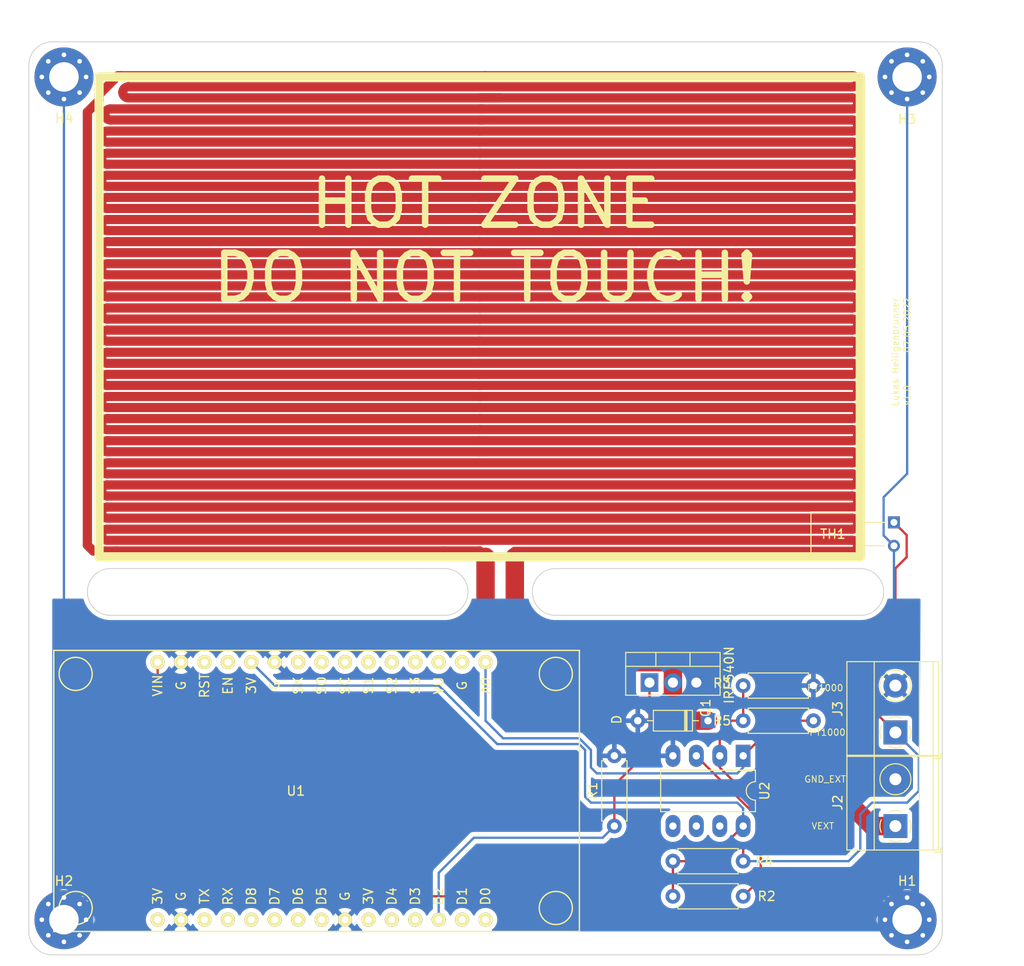
<source format=kicad_pcb>
(kicad_pcb (version 20211014) (generator pcbnew)

  (general
    (thickness 1.6)
  )

  (paper "A4")
  (title_block
    (title "SMD Reflow Solder")
    (rev "v1.0")
    (company "Lukas Heiligenbrunner")
  )

  (layers
    (0 "F.Cu" signal)
    (31 "B.Cu" signal)
    (32 "B.Adhes" user "B.Adhesive")
    (33 "F.Adhes" user "F.Adhesive")
    (34 "B.Paste" user)
    (35 "F.Paste" user)
    (36 "B.SilkS" user "B.Silkscreen")
    (37 "F.SilkS" user "F.Silkscreen")
    (38 "B.Mask" user)
    (39 "F.Mask" user)
    (40 "Dwgs.User" user "User.Drawings")
    (41 "Cmts.User" user "User.Comments")
    (42 "Eco1.User" user "User.Eco1")
    (43 "Eco2.User" user "User.Eco2")
    (44 "Edge.Cuts" user)
    (45 "Margin" user)
    (46 "B.CrtYd" user "B.Courtyard")
    (47 "F.CrtYd" user "F.Courtyard")
    (48 "B.Fab" user)
    (49 "F.Fab" user)
    (50 "User.1" user)
    (51 "User.2" user)
    (52 "User.3" user)
    (53 "User.4" user)
    (54 "User.5" user)
    (55 "User.6" user)
    (56 "User.7" user)
    (57 "User.8" user)
    (58 "User.9" user)
  )

  (setup
    (stackup
      (layer "F.SilkS" (type "Top Silk Screen"))
      (layer "F.Paste" (type "Top Solder Paste"))
      (layer "F.Mask" (type "Top Solder Mask") (thickness 0.01))
      (layer "F.Cu" (type "copper") (thickness 0.035))
      (layer "dielectric 1" (type "core") (thickness 1.51) (material "FR4") (epsilon_r 4.5) (loss_tangent 0.02))
      (layer "B.Cu" (type "copper") (thickness 0.035))
      (layer "B.Mask" (type "Bottom Solder Mask") (thickness 0.01))
      (layer "B.Paste" (type "Bottom Solder Paste"))
      (layer "B.SilkS" (type "Bottom Silk Screen"))
      (copper_finish "None")
      (dielectric_constraints no)
    )
    (pad_to_mask_clearance 0)
    (pcbplotparams
      (layerselection 0x00010fc_ffffffff)
      (disableapertmacros false)
      (usegerberextensions false)
      (usegerberattributes true)
      (usegerberadvancedattributes true)
      (creategerberjobfile true)
      (svguseinch false)
      (svgprecision 6)
      (excludeedgelayer true)
      (plotframeref false)
      (viasonmask false)
      (mode 1)
      (useauxorigin false)
      (hpglpennumber 1)
      (hpglpenspeed 20)
      (hpglpendiameter 15.000000)
      (dxfpolygonmode true)
      (dxfimperialunits true)
      (dxfusepcbnewfont true)
      (psnegative false)
      (psa4output false)
      (plotreference true)
      (plotvalue true)
      (plotinvisibletext false)
      (sketchpadsonfab false)
      (subtractmaskfromsilk false)
      (outputformat 1)
      (mirror false)
      (drillshape 0)
      (scaleselection 1)
      (outputdirectory "out/")
    )
  )

  (net 0 "")
  (net 1 "unconnected-(U1-Pad2)")
  (net 2 "unconnected-(U1-Pad4)")
  (net 3 "unconnected-(U1-Pad5)")
  (net 4 "unconnected-(U1-Pad6)")
  (net 5 "unconnected-(U1-Pad7)")
  (net 6 "unconnected-(U1-Pad8)")
  (net 7 "unconnected-(U1-Pad9)")
  (net 8 "unconnected-(U1-Pad12)")
  (net 9 "unconnected-(U1-Pad13)")
  (net 10 "unconnected-(U1-Pad16)")
  (net 11 "unconnected-(U1-Pad18)")
  (net 12 "unconnected-(U1-Pad19)")
  (net 13 "unconnected-(U1-Pad20)")
  (net 14 "unconnected-(U1-Pad21)")
  (net 15 "unconnected-(U1-Pad22)")
  (net 16 "unconnected-(U1-Pad23)")
  (net 17 "unconnected-(U1-Pad25)")
  (net 18 "unconnected-(U1-Pad26)")
  (net 19 "unconnected-(U1-Pad27)")
  (net 20 "unconnected-(U1-Pad29)")
  (net 21 "unconnected-(U1-Pad30)")
  (net 22 "VCC")
  (net 23 "GND")
  (net 24 "PT1000")
  (net 25 "+3V3")
  (net 26 "Net-(R2-Pad2)")
  (net 27 "D2")
  (net 28 "ADC0")
  (net 29 "unconnected-(U1-Pad3)")
  (net 30 "unconnected-(U2-Pad5)")
  (net 31 "unconnected-(U2-Pad6)")
  (net 32 "unconnected-(U2-Pad7)")

  (footprint "Resistor_THT:R_Axial_DIN0207_L6.3mm_D2.5mm_P7.62mm_Horizontal" (layer "F.Cu") (at 184.15 110.49))

  (footprint "MountingHole:MountingHole_3.2mm_M3_Pad_Via" (layer "F.Cu") (at 118.11 116.84))

  (footprint "Package_TO_SOT_THT:TO-220-3_Vertical" (layer "F.Cu") (at 181.61 91.115))

  (footprint "TerminalBlock_Phoenix:TerminalBlock_Phoenix_MKDS-1,5-2-5.08_1x02_P5.08mm_Horizontal" (layer "F.Cu") (at 208.28 96.52 90))

  (footprint "TerminalBlock_Phoenix:TerminalBlock_Phoenix_MKDS-1,5-2-5.08_1x02_P5.08mm_Horizontal" (layer "F.Cu") (at 208.28 106.68 90))

  (footprint "Resistor_THT:R_Axial_DIN0207_L6.3mm_D2.5mm_P7.62mm_Horizontal" (layer "F.Cu") (at 191.77 91.44))

  (footprint "Package_DIP:DIP-8_W7.62mm_LongPads" (layer "F.Cu") (at 191.77 99.06 -90))

  (footprint "MountingHole:MountingHole_3.2mm_M3_Pad_Via" (layer "F.Cu") (at 209.55 116.84))

  (footprint "ESP8266:NodeMCU-LoLinV3" (layer "F.Cu") (at 143.51 102.87 -90))

  (footprint "Package_TO_SOT_THT:TO-92-2_Horizontal1" (layer "F.Cu") (at 208.12 73.73 -90))

  (footprint "Resistor_THT:R_Axial_DIN0207_L6.3mm_D2.5mm_P7.62mm_Horizontal" (layer "F.Cu") (at 184.15 114.3))

  (footprint "MountingHole:MountingHole_3.2mm_M3_Pad_Via" (layer "F.Cu") (at 209.55 25.4))

  (footprint "Resistor_THT:R_Axial_DIN0207_L6.3mm_D2.5mm_P7.62mm_Horizontal" (layer "F.Cu") (at 177.8 106.68 90))

  (footprint "MountingHole:MountingHole_3.2mm_M3_Pad_Via" (layer "F.Cu") (at 118.11 25.4))

  (footprint "Resistor_THT:R_Axial_DIN0207_L6.3mm_D2.5mm_P7.62mm_Horizontal" (layer "F.Cu") (at 191.77 95.25))

  (footprint "Diode_THT:D_DO-35_SOD27_P7.62mm_Horizontal" (layer "F.Cu") (at 187.96 95.25 180))

  (gr_rect (start 121.92 25.4) (end 204.47 77.47) (layer "F.SilkS") (width 1) (fill none) (tstamp a152f063-a703-4c36-8f3f-666948886637))
  (gr_arc (start 123.19 83.82) (mid 120.65 81.28) (end 123.19 78.74) (layer "Edge.Cuts") (width 0.1) (tstamp 0bc88e76-2e2e-4cb4-8e06-f1c4d1253f61))
  (gr_arc (start 210.82 21.59) (mid 212.616051 22.333949) (end 213.36 24.13) (layer "Edge.Cuts") (width 0.1) (tstamp 2636e8c7-1d19-4048-89cd-0d5a1d0f3616))
  (gr_arc (start 213.36 118.11) (mid 212.616051 119.906051) (end 210.82 120.65) (layer "Edge.Cuts") (width 0.1) (tstamp 2d4ebdf5-600b-4a02-80c0-8613d77fd7f0))
  (gr_line (start 201.93 78.74) (end 204.47 78.74) (layer "Edge.Cuts") (width 0.1) (tstamp 363bb7e6-1115-48f7-9136-7e6eab648124))
  (gr_arc (start 171.45 83.82) (mid 168.91 81.28) (end 171.45 78.74) (layer "Edge.Cuts") (width 0.1) (tstamp 405a66d1-a84f-4752-83f8-f967dce9abca))
  (gr_line (start 201.93 83.82) (end 204.47 83.82) (layer "Edge.Cuts") (width 0.1) (tstamp 4cf7da03-5332-486c-aa34-68bf70cf8801))
  (gr_arc (start 204.47 78.74) (mid 207.01 81.28) (end 204.47 83.82) (layer "Edge.Cuts") (width 0.1) (tstamp 4f68486f-1ea9-4e69-9cf5-2365ef35979a))
  (gr_line (start 123.19 78.74) (end 156.845 78.74) (layer "Edge.Cuts") (width 0.1) (tstamp 55c15fc5-b5a9-43d7-9a88-bfa97086aa39))
  (gr_line (start 213.36 24.13) (end 213.36 116.84) (layer "Edge.Cuts") (width 0.1) (tstamp 5d52ecb2-7703-429d-9d6e-1d4065ec19b2))
  (gr_line (start 210.82 120.65) (end 116.84 120.65) (layer "Edge.Cuts") (width 0.1) (tstamp 67057d04-651f-4f55-b582-bd74269f0054))
  (gr_line (start 213.36 118.11) (end 213.36 116.84) (layer "Edge.Cuts") (width 0.1) (tstamp 6c4a9c47-b39e-4116-af07-d25fc075bc01))
  (gr_line (start 114.3 118.11) (end 114.3 24.13) (layer "Edge.Cuts") (width 0.1) (tstamp 6db957e6-8fd4-410a-83f4-6133ad518c4b))
  (gr_line (start 171.45 83.82) (end 201.93 83.82) (layer "Edge.Cuts") (width 0.1) (tstamp 84a61bcc-edb3-4f0a-b5ee-67ea7bf5fa50))
  (gr_arc (start 116.84 120.65) (mid 115.043949 119.906051) (end 114.3 118.11) (layer "Edge.Cuts") (width 0.1) (tstamp 8b9d1094-885a-498f-86cb-850195ff9047))
  (gr_line (start 171.45 78.74) (end 201.93 78.74) (layer "Edge.Cuts") (width 0.1) (tstamp a1c6121a-19fb-479d-8c88-f5f8bb896184))
  (gr_arc (start 114.3 24.13) (mid 115.043949 22.333949) (end 116.84 21.59) (layer "Edge.Cuts") (width 0.1) (tstamp aad4a83b-8cef-4ca6-99f0-718b538fd271))
  (gr_line (start 156.845 83.82) (end 159.385 83.82) (layer "Edge.Cuts") (width 0.1) (tstamp b7c39487-8f7b-4aac-a9b0-b8fb38f6405f))
  (gr_arc (start 159.385 78.74) (mid 161.925 81.28) (end 159.385 83.82) (layer "Edge.Cuts") (width 0.1) (tstamp bdbe3975-c63b-4400-934b-fd1b510361dc))
  (gr_line (start 116.84 21.59) (end 209.55 21.59) (layer "Edge.Cuts") (width 0.1) (tstamp ea5b4bfa-1915-4f97-877e-c393576dc740))
  (gr_line (start 156.845 78.74) (end 159.385 78.74) (layer "Edge.Cuts") (width 0.1) (tstamp f19a8eae-0230-4222-8201-8ff4c3ccb72a))
  (gr_line (start 123.19 83.82) (end 156.845 83.82) (layer "Edge.Cuts") (width 0.1) (tstamp f4e04a35-1b53-42a6-9fe4-09d51277124a))
  (gr_line (start 209.55 21.59) (end 210.82 21.59) (layer "Edge.Cuts") (width 0.1) (tstamp fe420f77-c9eb-481c-b9f6-270370590034))
  (gr_text "07.05.2022" (at 209.55 52.324 90) (layer "F.SilkS") (tstamp 09415402-d276-45b7-afb8-bf3974bf2a44)
    (effects (font (size 0.7 0.7) (thickness 0.1)))
  )
  (gr_text "Lukas Heiligenbrunner" (at 208.28 55.245 90) (layer "F.SilkS") (tstamp 0b1e5997-7cd1-4f74-a1f7-9972c74a00be)
    (effects (font (size 0.7 0.7) (thickness 0.1)))
  )
  (gr_text "PT1000" (at 200.66 91.694) (layer "F.SilkS") (tstamp 3b1c1768-766c-42cf-92e2-5ac179219634)
    (effects (font (size 0.7 0.7) (thickness 0.1)))
  )
  (gr_text "GND_EXT" (at 200.66 101.6) (layer "F.SilkS") (tstamp 4d8e08e2-d2ef-4e0b-94c4-a7c14b74b020)
    (effects (font (size 0.7 0.7) (thickness 0.1)))
  )
  (gr_text "HOT ZONE\nDO NOT TOUCH!" (at 163.83 43.18) (layer "F.SilkS") (tstamp 60e61964-6ea7-468c-b4d5-c464c2964fb4)
    (effects (font (size 5 5) (thickness 0.7)))
  )
  (gr_text "v1.0" (at 209.55 59.944 90) (layer "F.SilkS") (tstamp 842d9caa-951d-4df6-879c-ca93fb99c460)
    (effects (font (size 0.7 0.7) (thickness 0.1)))
  )
  (gr_text "PT1000" (at 200.914 96.52) (layer "F.SilkS") (tstamp b8ff5247-d7e9-49b7-a0d1-efa1eb141922)
    (effects (font (size 0.7 0.7) (thickness 0.1)))
  )
  (gr_text "VEXT" (at 200.406 106.68) (layer "F.SilkS") (tstamp f969ddd1-ef60-44d4-a55e-2fbb2fa16c5f)
    (effects (font (size 0.7 0.7) (thickness 0.1)))
  )
  (dimension (type aligned) (layer "Cmts.User") (tstamp 2d888120-70b2-4ada-b93e-953b16efebf9)
    (pts (xy 213.434615 21.59) (xy 213.434615 120.65))
    (height -5.005385)
    (gr_text "99.0600 mm" (at 217.29 71.12 90) (layer "Cmts.User") (tstamp 2d888120-70b2-4ada-b93e-953b16efebf9)
      (effects (font (size 1 1) (thickness 0.15)))
    )
    (format (units 3) (units_format 1) (precision 4))
    (style (thickness 0.15) (arrow_length 1.27) (text_position_mode 0) (extension_height 0.58642) (extension_offset 0.5) keep_text_aligned)
  )
  (dimension (type aligned) (layer "Cmts.User") (tstamp ac285884-6f03-4659-9705-75f1c21b3d37)
    (pts (xy 114.3 21.59) (xy 213.434615 21.59))
    (height -2.54)
    (gr_text "99.1346 mm" (at 163.867307 17.9) (layer "Cmts.User") (tstamp ac285884-6f03-4659-9705-75f1c21b3d37)
      (effects (font (size 1 1) (thickness 0.15)))
    )
    (format (units 3) (units_format 1) (precision 4))
    (style (thickness 0.15) (arrow_length 1.27) (text_position_mode 0) (extension_height 0.58642) (extension_offset 0.5) keep_text_aligned)
  )

  (segment (start 163.195 31.26997) (end 203.595 31.26997) (width 1) (layer "F.Cu") (net 22) (tstamp 00c49c24-fa02-4bb5-9f8f-2c16f6859afc))
  (segment (start 203.595 42.06998) (end 163.195 42.069979) (width 1) (layer "F.Cu") (net 22) (tstamp 025a693f-4071-4aa2-b7ff-99241bde17ad))
  (segment (start 163.195 62.469996) (end 203.595 62.469996) (width 1) (layer "F.Cu") (net 22) (tstamp 053da029-9baf-4dae-be35-19092d3b3ac8))
  (segment (start 203.595 27.669968) (end 163.195 27.669967) (width 1) (layer "F.Cu") (net 22) (tstamp 05465dab-68e4-43ee-8fa8-6820213376cf))
  (segment (start 163.195 34.869973) (end 122.795 34.869973) (width 1) (layer "F.Cu") (net 22) (tstamp 056b6957-c3a9-4470-932c-3c17802776df))
  (segment (start 203.595 68.47) (end 122.795 68.47) (width 1) (layer "F.Cu") (net 22) (tstamp 05b91425-aad6-49ee-8740-a96de404833e))
  (segment (start 122.795 38.469977) (end 163.195 38.469976) (width 1) (layer "F.Cu") (net 22) (tstamp 0995e392-6b3e-4a0b-8d7d-28501414ecc0))
  (segment (start 121.92 27.94) (end 121.285 28.575) (width 1) (layer "F.Cu") (net 22) (tstamp 0a1e2f4c-b0b8-4ee3-aa79-98c2de465440))
  (segment (start 122.795 31.269971) (end 163.195 31.26997) (width 1) (layer "F.Cu") (net 22) (tstamp 0adc4f52-4aa9-4047-81e5-80f651f6b595))
  (segment (start 124.329965 25.269965) (end 123.955035 25.269965) (width 1) (layer "F.Cu") (net 22) (tstamp 0e643485-d111-4e36-8c16-7e2f167cd000))
  (segment (start 122.795 62.469997) (end 163.195 62.469996) (width 1) (layer "F.Cu") (net 22) (tstamp 1049e344-86ce-4b21-9b0b-0c2a966cfdb2))
  (segment (start 167.64 88.9) (end 163.83 85.09) (width 2) (layer "F.Cu") (net 22) (tstamp 11ba7bcf-6e1b-4093-93c8-a5f6f15fcb2d))
  (segment (start 203.595 49.269986) (end 163.195 49.269985) (width 1) (layer "F.Cu") (net 22) (tstamp 128f684c-e58d-45f7-b47a-08f15fdbc546))
  (segment (start 163.195 64.869998) (end 203.595 64.869998) (width 1) (layer "F.Cu") (net 22) (tstamp 12969465-b21d-48c9-9674-38371543ee82))
  (segment (start 165.495 27.669967) (end 125.095 27.669967) (width 1) (layer "F.Cu") (net 22) (tstamp 13ad187f-20a7-4541-b5ff-59354daa6024))
  (segment (start 163.195 46.869983) (end 122.795 46.869983) (width 1) (layer "F.Cu") (net 22) (tstamp 14e26d17-31cf-474c-959e-0c5db48ed358))
  (segment (start 163.195 36.069974) (end 203.595 36.069974) (width 1) (layer "F.Cu") (net 22) (tstamp 14e3a03a-f73d-42bc-8ef5-2bf09a6bf2ac))
  (segment (start 163.195 54.069989) (end 122.795 54.069989) (width 1) (layer "F.Cu") (net 22) (tstamp 1a281d00-6fa5-46a3-bddb-f0be170b6e15))
  (segment (start 163.195 51.669987) (end 122.795 51.669987) (width 1) (layer "F.Cu") (net 22) (tstamp 1f82f067-196f-424c-b112-cc4d9c1424c3))
  (segment (start 179.07 114.3) (end 181.61 116.84) (width 0.25) (layer "F.Cu") (net 22) (tstamp 1fa91111-ab72-45d6-9052-31f54cf8cb24))
  (segment (start 121.285 76.835) (end 123.825 76.835) (width 1) (layer "F.Cu") (net 22) (tstamp 20e70d5f-7ee3-4564-8e38-771bcc35259b))
  (segment (start 122.795 74.47) (end 203.595 74.47) (width 1) (layer "F.Cu") (net 22) (tstamp 20ec9e03-fb84-4ea4-9756-5814b6c50c40))
  (segment (start 121.285 28.575) (end 120.65 29.21) (width 1) (layer "F.Cu") (net 22) (tstamp 253520aa-3f8b-46c6-9d60-21ccce71bb76))
  (segment (start 203.595 37.269976) (end 163.195 37.269975) (width 1) (layer "F.Cu") (net 22) (tstamp 289b2c71-fb8f-4044-95f3-61cf01a3cb55))
  (segment (start 167.005 76.87) (end 203.595 76.87) (width 1) (layer "F.Cu") (net 22) (tstamp 29335626-334c-48ee-bfb0-23f7a003767b))
  (segment (start 122.795 67.27) (end 203.595 67.27) (width 1) (layer "F.Cu") (net 22) (tstamp 305c87ba-7535-42c3-adfb-12b2744e34f1))
  (segment (start 128.27 111.76) (end 130.81 114.3) (width 0.25) (layer "F.Cu") (net 22) (tstamp 32e89bcc-cde7-41d9-8a90-e452de001392))
  (segment (start 163.195 50.469986) (end 203.595 50.469986) (width 1) (layer "F.Cu") (net 22) (tstamp 34933c4b-ad29-4e81-9097-c3f5b62a01bb))
  (segment (start 181.61 116.84) (end 201.93 116.84) (width 0.25) (layer "F.Cu") (net 22) (tstamp 34a811ee-c848-4c2e-8d75-9176061c1d96))
  (segment (start 167.005 83.82) (end 167.005 77.47) (width 2) (layer "F.Cu") (net 22) (tstamp 3b540f21-f367-49ba-b243-577231ab7ca6))
  (segment (start 163.195 55.26999) (end 203.595 55.26999) (width 1) (layer "F.Cu") (net 22) (tstamp 3f9ec3f4-0a7a-45ed-93d3-0753b5a87335))
  (segment (start 203.595 58.869994) (end 163.195 58.869993) (width 1) (layer "F.Cu") (net 22) (tstamp 45beae1e-bc53-460c-a35d-b55c04d322bd))
  (segment (start 187.96 95.25) (end 185.16 95.25) (width 2) (layer "F.Cu") (net 22) (tstamp 4ad26248-4d57-4a59-b21a-424d7a43ab9d))
  (segment (start 122.795 69.67) (end 203.595 69.67) (width 1) (layer "F.Cu") (net 22) (tstamp 4d0cf354-6cba-409e-8b1f-01c25193e27f))
  (segment (start 122.555 26.67) (end 121.92 27.305) (width 1) (layer "F.Cu") (net 22) (tstamp 4eed7352-f774-432b-9d3d-9088c1f91f04))
  (segment (start 163.195 52.869988) (end 203.595 52.869988) (width 1) (layer "F.Cu") (net 22) (tstamp 4eef0f6a-3440-4be7-9578-b69b7634d376))
  (segment (start 163.195 56.469991) (end 122.795 56.469991) (width 1) (layer "F.Cu") (net 22) (tstamp 4fa820d0-79d3-4cca-9446-4abf72b5b8eb))
  (segment (start 163.195 60.069994) (end 203.595 60.069994) (width 1) (layer "F.Cu") (net 22) (tstamp 59196db6-0fe7-4320-980f-621687432c82))
  (segment (start 208.585 106.685) (end 205.745 106.685) (width 2) (layer "F.Cu") (net 22) (tstamp 59ecad3a-03c7-4666-8831-22ddef786059))
  (segment (start 203.595 75.67) (end 122.795 75.67) (width 1) (layer "F.Cu") (net 22) (tstamp 5fd2b6bc-ef91-42d5-9099-c14240d7811b))
  (segment (start 163.195 58.869993) (end 122.795 58.869993) (width 1) (layer "F.Cu") (net 22) (tstamp 61fd858c-f09a-4ebf-8259-fccaf4ad67b2))
  (segment (start 163.195 38.469976) (end 203.595 38.469976) (width 1) (layer "F.Cu") (net 22) (tstamp 659d0b4e-837a-4aaf-81f2-838470316c05))
  (segment (start 184.15 94.24) (end 184.15 91.115) (width 2) (layer "F.Cu") (net 22) (tstamp 6649df7f-fb63-42ca-9cf0-66f6816034fc))
  (segment (start 122.795 60.069995) (end 163.195 60.069994) (width 1) (layer "F.Cu") (net 22) (tstamp 666c05f4-d222-40f6-8b54-fe5beead07bc))
  (segment (start 123.825 76.835) (end 159.385 76.835) (width 1) (layer "F.Cu") (net 22) (tstamp 66c1e686-50d1-4b5d-80b0-06d90a43a98e))
  (segment (start 159.385 76.835) (end 163.195 76.835) (width 1) (layer "F.Cu") (net 22) (tstamp 66c4f311-7152-4d75-aea5-0375005c6cd8))
  (segment (start 203.595 34.869974) (end 163.195 34.869973) (width 1) (layer "F.Cu") (net 22) (tstamp 68ede9e9-7176-40d9-90f2-f8e98d5fcf72))
  (segment (start 121.92 27.305) (end 121.92 27.94) (width 1) (layer "F.Cu") (net 22) (tstamp 6cb885f6-ed55-49f0-9c28-5ad0de8c9aa2))
  (segment (start 169.545 86.36) (end 167.005 83.82) (width 2) (layer "F.Cu") (net 22) (tstamp 6ec10226-9e5e-4f7f-9ecb-402526e1f58c))
  (segment (start 122.795 43.269981) (end 163.195 43.26998) (width 1) (layer "F.Cu") (net 22) (tstamp 6f0c5844-d585-49ba-bad5-168567b30d18))
  (segment (start 203.595 51.669988) (end 163.195 51.669987) (width 1) (layer "F.Cu") (net 22) (tstamp 75043c22-936a-48db-b0cd-523e6221c3fe))
  (segment (start 163.195 40.869978) (end 203.595 40.869978) (width 1) (layer "F.Cu") (net 22) (tstamp 7c9dee9e-2cc4-471b-8e98-76d17bb22cb0))
  (segment (start 203.595 73.27) (end 122.795 73.27) (width 1) (layer "F.Cu") (net 22) (tstamp 7cf6bb0d-3065-461f-a243-7766a5a5e8fc))
  (segment (start 201.93 86.36) (end 169.545 86.36) (width 2) (layer "F.Cu") (net 22) (tstamp 7e4a9392-d210-46be-a648-8122de237b21))
  (segment (start 122.795 52.869989) (end 163.195 52.869988) (width 1) (layer "F.Cu") (net 22) (tstamp 7f9768b6-ac9f-4892-b87b-b82b54bcba05))
  (segment (start 203.595 30.06997) (end 163.195 30.069969) (width 1) (layer "F.Cu") (net 22) (tstamp 7fe23449-fd56-4274-b6c4-babd05e071e4))
  (segment (start 125.095 26.469967) (end 125.095001 26.469966) (width 1) (layer "F.Cu") (net 22) (tstamp 8409b6ee-0ed3-4f14-a0d3-13c2f09c14ac))
  (segment (start 122.795 72.07) (end 203.595 72.07) (width 1) (layer "F.Cu") (net 22) (tstamp 841a2dd6-7fe0-4111-98f4-e8b1159d83b6))
  (segment (start 163.195 42.069979) (end 122.795 42.069979) (width 1) (layer "F.Cu") (net 22) (tstamp 8af83f89-8a89-412b-8b3e-2856f940f39a))
  (segment (start 163.195 49.269985) (end 122.795 49.269985) (width 1) (layer "F.Cu") (net 22) (tstamp 8c9b713c-62be-4d0a-971f-064a20be5fb9))
  (segment (start 122.795 64.869999) (end 163.195 64.869998) (width 1) (layer "F.Cu") (net 22) (tstamp 8e8d4dab-aa7e-4a85-9130-95386a0533b5))
  (segment (start 203.595 56.469992) (end 163.195 56.469991) (width 1) (layer "F.Cu") (net 22) (tstamp 8eecd065-6fd8-4781-8bbb-dcfa48e2fae8))
  (segment (start 167.005 76.87) (end 167.005 77.47) (width 1) (layer "F.Cu") (net 22) (tstamp 9143e0ea-2495-4a72-b74f-588bb4a0bd82))
  (segment (start 120.65 29.21) (end 120.65 76.2) (width 1) (layer "F.Cu") (net 22) (tstamp 955bcaf0-9fb1-42a2-aa9e-1e5ba9a3f733))
  (segment (start 205.745 113.025) (end 205.745 106.685) (width 0.25) (layer "F.Cu") (net 22) (tstamp 96daff65-db96-4e51-b843-dce13d338959))
  (segment (start 122.795 36.069975) (end 163.195 36.069974) (width 1) (layer "F.Cu") (net 22) (tstamp 98694d7c-719b-48c1-9c24-58782d741c3e))
  (segment (start 203.595 32.469972) (end 163.195 32.469971) (width 1) (layer "F.Cu") (net 22) (tstamp 9baea1c2-7292-466c-ac3c-faba4fb736cf))
  (segment (start 163.195 63.669997) (end 122.795 63.669997) (width 1) (layer "F.Cu") (net 22) (tstamp 9ce756c5-4e37-4237-9960-6376530d76e0))
  (segment (start 203.595 63.669998) (end 163.195 63.669997) (width 1) (layer "F.Cu") (net 22) (tstamp 9d892995-a075-427a-8b7a-d86b68fb0d08))
  (segment (start 163.555 30.069969) (end 123.155 30.069969) (width 1) (layer "F.Cu") (net 22) (tstamp 9f452dc2-1506-4a82-b59d-10f26cecb000))
  (segment (start 185.16 95.25) (end 184.15 94.24) (width 2) (layer "F.Cu") (net 22) (tstamp 9fd88bdb-0332-411a-9311-aaf488d4bb4e))
  (segment (start 203.595 54.06999) (end 163.195 54.069989) (width 1) (layer "F.Cu") (net 22) (tstamp a563e8fc-09cf-4604-af27-0a2b39806392))
  (segment (start 122.795 45.669983) (end 163.195 45.669982) (width 1) (layer "F.Cu") (net 22) (tstamp a74b2067-f102-4d70-8bef-b7d7b7103a1f))
  (segment (start 122.795 57.669993) (end 163.195 57.669992) (width 1) (layer "F.Cu") (net 22) (tstamp ac4972ac-a6e2-4bde-94c6-f59a29455422))
  (segment (start 122.795 48.069985) (end 163.195 48.069984) (width 1) (layer "F.Cu") (net 22) (tstamp ac65d7e5-8d37-4ad2-b44a-c6827695a55d))
  (segment (start 130.81 114.3) (end 179.07 114.3) (width 0.25) (layer "F.Cu") (net 22) (tstamp ad5798ae-dc01-41c7-8480-56c0574d5f53))
  (segment (start 122.795 33.669973) (end 163.195 33.669972) (width 1) (layer "F.Cu") (net 22) (tstamp ad5dd660-a08f-4e11-8eed-d384464f4b53))
  (segment (start 128.27 88.9) (end 128.27 111.76) (width 0.25) (layer "F.Cu") (net 22) (tstamp ad663d44-1b62-4924-9d89-035fcbecdc6a))
  (segment (start 163.195 44.469981) (end 122.795 44.469981) (width 1) (layer "F.Cu") (net 22) (tstamp ad72ae36-220b-4090-8e7f-ba3303752e03))
  (segment (start 163.195 66.069999) (end 122.795 66.069999) (width 1) (layer "F.Cu") (net 22) (tstamp ae460e76-e2d6-4d6b-a92a-bb385de3b769))
  (segment (start 163.195 33.669972) (end 203.595 33.669972) (width 1) (layer "F.Cu") (net 22) (tstamp b004be41-19f4-4bdb-9100-99e3e39beefc))
  (segment (start 125.095001 26.469966) (end 203.595 26.469966) (width 1) (layer "F.Cu") (net 22) (tstamp b4c889b8-a3fc-4833-b8de-3636b3b3c0da))
  (segment (start 163.195 43.26998) (end 203.595 43.26998) (width 1) (layer "F.Cu") (net 22) (tstamp b56841ee-427a-4b49-93f8-b377cf897f4e))
  (segment (start 184.15 91.115) (end 184.15 89.303478) (width 2) (layer "F.Cu") (net 22) (tstamp b74d6e5f-82cf-47d0-9beb-f25fe4202b3d))
  (segment (start 123.955035 25.269965) (end 122.555 26.67) (width 1) (layer "F.Cu") (net 22) (tstamp b84e76dd-0ce6-4107-9932-e365910145c6))
  (segment (start 163.195 32.469971) (end 122.795 32.469971) (width 1) (layer "F.Cu") (net 22) (tstamp b87718bd-1fb3-4622-bfdc-4395efd3c93d))
  (segment (start 122.795 50.469987) (end 163.195 50.469986) (width 1) (layer "F.Cu") (net 22) (tstamp ba5d500f-a76e-47c5-8ee9-784a6ff80e75))
  (segment (start 163.195 28.869968) (end 203.595 28.869968) (width 1) (layer "F.Cu") (net 22) (tstamp baba532e-f51c-401b-853c-0553b4181edb))
  (segment (start 203.2 87.63) (end 201.93 86.36) (width 2) (layer "F.Cu") (net 22) (tstamp bb9bd28f-ce90-4f01-bd57-5bc8264fc1de))
  (segment (start 203.595 46.869984) (end 163.195 46.869983) (width 1) (layer "F.Cu") (net 22) (tstamp be35d15c-d086-4060-9b24-e8162791f76c))
  (segment (start 163.195 45.669982) (end 203.595 45.669982) (width 1) (layer "F.Cu") (net 22) (tstamp c433538f-3126-43cf-bce0-385b414f356a))
  (segment (start 163.195 76.835) (end 163.83 77.47) (width 1) (layer "F.Cu") (net 22) (tstamp c618343e-e3fe-4ea2-a0d2-34a6291192d2))
  (segment (start 203.595 66.07) (end 163.195 66.069999) (width 1) (layer "F.Cu") (net 22) (tstamp c91e692b-5a1f-425a-8ea2-168f6b119db5))
  (segment (start 163.195 57.669992) (end 203.595 57.669992) (width 1) (layer "F.Cu") (net 22) (tstamp ca696faa-2f13-4ca3-acbb-fc1d21caf438))
  (segment (start 123.155 28.869969) (end 163.555 28.869968) (width 1) (layer "F.Cu") (net 22) (tstamp ce8ccecf-d37b-43bc-87e6-fb4df66735d3))
  (segment (start 203.595 61.269996) (end 163.195 61.269995) (width 1) (layer "F.Cu") (net 22) (tstamp cf2cd12a-c90a-46f8-9390-fba5b09937c2))
  (segment (start 203.595 25.269966) (end 163.795 25.269965) (width 1) (layer "F.Cu") (net 22) (tstamp d0d73403-9d97-4743-920c-0b087d128703))
  (segment (start 163.795 25.269965) (end 124.329965 25.269965) (width 1) (layer "F.Cu") (net 22) (tstamp d1b3e5d2-8e13-4b51-a6b9-b4dfc7cf5bde))
  (segment (start 163.195 37.269975) (end 122.795 37.269975) (width 1) (layer "F.Cu") (net 22) (tstamp d2da4af9-fb87-47ec-8105-1060e2490ec5))
  (segment (start 201.93 116.84) (end 205.745 113.025) (width 0.25) (layer "F.Cu") (net 22) (tstamp d3af0cc4-b680-4806-b1eb-effcc59a9c55))
  (segment (start 120.65 76.2) (end 121.285 76.835) (width 1) (layer "F.Cu") (net 22) (tstamp d7eff8e4-8c7d-451d-aefb-db3f916bcafd))
  (segment (start 203.2 104.14) (end 203.2 87.63) (width 2) (layer "F.Cu") (net 22) (tstamp da7fe5d7-d236-4aac-b6de-71d4cbe7aeb2))
  (segment (start 163.83 85.09) (end 163.83 77.47) (width 2) (layer "F.Cu") (net 22) (tstamp df369473-a2b4-469f-aca7-f61c08342751))
  (segment (start 163.195 61.269995) (end 122.795 61.269995) (width 1) (layer "F.Cu") (net 22) (tstamp e8503e88-dbf5-41d2-88ff-98c8bffe2adf))
  (segment (start 122.795 40.869979) (end 163.195 40.869978) (width 1) (layer "F.Cu") (net 22) (tstamp e89d6753-3b1b-4fdd-adf1-7d485324ee64))
  (segment (start 163.195 39.669977) (end 122.795 39.669977) (width 1) (layer "F.Cu") (net 22) (tstamp e8d5def1-efd0-493f-90d1-86f6f58e696f))
  (segment (start 122.795 55.269991) (end 163.195 55.26999) (width 1) (layer "F.Cu") (net 22) (tstamp ea6a0295-65fa-4095-ab70-42cea0776271))
  (segment (start 203.595 70.87) (end 122.795 70.87) (width 1) (layer "F.Cu") (net 22) (tstamp ec7729c3-7728-4324-b1a1-a7fcd8618e09))
  (segment (start 205.745 106.685) (end 203.2 104.14) (width 2) (layer "F.Cu") (net 22) (tstamp ef611875-aec2-4afd-9772-c8bdd0b82c42))
  (segment (start 184.15 89.303478) (end 183.746522 88.9) (width 2) (layer "F.Cu") (net 22) (tstamp f034c802-ec37-4ab1-9094-01ddefb51130))
  (segment (start 183.746522 88.9) (end 167.64 88.9) (width 2) (layer "F.Cu") (net 22) (tstamp f0fa1c87-2cee-4686-8d2f-981da3e3cc47))
  (segment (start 203.595 39.669978) (end 163.195 39.669977) (width 1) (layer "F.Cu") (net 22) (tstamp f1e737d6-313d-423e-8719-615ae5f44feb))
  (segment (start 163.195 48.069984) (end 203.595 48.069984) (width 1) (layer "F.Cu") (net 22) (tstamp f425f834-beb6-4452-816f-71b5909a8b83))
  (segment (start 203.595 44.469982) (end 163.195 44.469981) (width 1) (layer "F.Cu") (net 22) (tstamp f62fddf8-d0a3-4f90-83ee-5ed435f1ea5a))
  (arc (start 204.195 73.87) (mid 204.019264 73.445736) (end 203.595 73.27) (width 1) (layer "F.Cu") (net 22) (tstamp 0087cdde-c01d-4f73-8508-043a13b1f47c))
  (arc (start 122.195 65.469999) (mid 122.370736 65.045735) (end 122.795 64.869999) (width 1) (layer "F.Cu") (net 22) (tstamp 017f9586-faad-46da-9f47-ec88ea352430))
  (arc (start 204.195 52.269988) (mid 204.019264 51.845724) (end 203.595 51.669988) (width 1) (layer "F.Cu") (net 22) (tstamp 02c7301e-0042-442a-b601-ce607ced1f65))
  (arc (start 122.795 66.069999) (mid 122.370736 65.894263) (end 122.195 65.469999) (width 1) (layer "F.Cu") (net 22) (tstamp 045fda15-deea-41af-996d-e031f99c198f))
  (arc (start 122.795 51.669987) (mid 122.370736 51.494251) (end 122.195 51.069987) (width 1) (layer "F.Cu") (net 22) (tstamp 05dd91a8-1fb7-456c-87b1-88d1df40b7c8))
  (arc (start 204.195 71.47) (mid 204.019264 71.045736) (end 203.595 70.87) (width 1) (layer "F.Cu") (net 22) (tstamp 0b79bc60-8ee0-4a9f-b333-08afaf73c8bf))
  (arc (start 122.195 72.67) (mid 122.370736 72.245736) (end 122.795 72.07) (width 1) (layer "F.Cu") (net 22) (tstamp 0d030a4e-0df3-4b09-a32f-4dcd2ad2a757))
  (arc (start 122.795 44.469981) (mid 122.370736 44.294245) (end 122.195 43.869981) (width 1) (layer "F.Cu") (net 22) (tstamp 0d9053d8-f94d-4e60-be2b-fd3d813ced19))
  (arc (start 122.795 58.869993) (mid 122.370736 58.694257) (end 122.195 58.269993) (width 1) (layer "F.Cu") (net 22) (tstamp 0dec25fa-ab56-4691-90dd-394a6c02e3ac))
  (arc (start 122.195 34.269973) (mid 122.370736 33.845709) (end 122.795 33.669973) (width 1) (layer "F.Cu") (net 22) (tstamp 110d95f0-4f97-472b-a675-ca5d38da7bfe))
  (arc (start 203.595 50.469986) (mid 204.019264 50.29425) (end 204.195 49.869986) (width 1) (layer "F.Cu") (net 22) (tstamp 11363c1e-61e8-4366-91e5-be1f2f3bad0a))
  (arc (start 122.795 75.67) (mid 122.370736 75.494264) (end 122.195 75.07) (width 1) (layer "F.Cu") (net 22) (tstamp 1b6e7343-d0ef-49a4-8c29-1694e8fae756))
  (arc (start 203.595 69.67) (mid 204.019264 69.494264) (end 204.195 69.07) (width 1) (layer "F.Cu") (net 22) (tstamp 28f56385-c371-4bbe-a119-68e37769280f))
  (arc (start 203.595 31.26997) (mid 204.019264 31.094234) (end 204.195 30.66997) (width 1) (layer "F.Cu") (net 22) (tstamp 2d0913b6-7d96-42e3-a92f-6267c437e548))
  (arc (start 122.795 46.869983) (mid 122.370736 46.694247) (end 122.195 46.269983) (width 1) (layer "F.Cu") (net 22) (tstamp 304ac504-f49e-4246-a2f2-de5699a9f68d))
  (arc (start 204.195 54.66999) (mid 204.019264 54.245726) (end 203.595 54.06999) (width 1) (layer "F.Cu") (net 22) (tstamp 381642ea-3d59-4fd6-aa31-d58766119cfd))
  (arc (start 204.195 25.869966) (mid 204.019264 25.445702) (end 203.595 25.269966) (width 1) (layer "F.Cu") (net 22) (tstamp 3c333028-cb48-4a61-af54-41c7197149c0))
  (arc (start 204.195 45.069982) (mid 204.019264 44.645718) (end 203.595 44.469982) (width 1) (layer "F.Cu") (net 22) (tstamp 3ff7219c-10b8-4b91-b02c-e675e58566f7))
  (arc (start 203.595 76.87) (mid 204.019264 76.694264) (end 204.195 76.27) (width 1) (layer "F.Cu") (net 22) (tstamp 418002fc-579b-490f-a965-bc3dff38ac23))
  (arc (start 122.795 68.47) (mid 122.370736 68.294264) (end 122.195 67.87) (width 1) (layer "F.Cu") (net 22) (tstamp 46c52a27-f0c8-441b-912f-907ff9013285))
  (arc (start 122.195 70.27) (mid 122.370736 69.845736) (end 122.795 69.67) (width 1) (layer "F.Cu") (net 22) (tstamp 494dbc2c-493a-4c6b-8982-29a2ac78faa8))
  (arc (start 122.795 54.069989) (mid 122.370736 53.894253) (end 122.195 53.469989) (width 1) (layer "F.Cu") (net 22) (tstamp 49c86edb-ad7a-4d6c-b991-7bf7fae9fe9e))
  (arc (start 122.195 51.069987) (mid 122.370736 50.645723) (end 122.795 50.469987) (width 1) (layer "F.Cu") (net 22) (tstamp 580b2ce8-7537-4b3f-b5a8-e394ceaf9382))
  (arc (start 203.595 72.07) (mid 204.019264 71.894264) (end 204.195 71.47) (width 1) (layer "F.Cu") (net 22) (tstamp 5a941b2b-5ec2-4ad3-ae73-2ef66c9f138a))
  (arc (start 122.555 29.469969) (mid 122.730736 29.045705) (end 123.155 28.869969) (width 1) (layer "F.Cu") (net 22) (tstamp 5c21f037-2a29-431c-ac29-a6256be17add))
  (arc (start 204.195 49.869986) (mid 204.019264 49.445722) (end 203.595 49.269986) (width 1) (layer "F.Cu") (net 22) (tstamp 60a390d0-4d9d-443e-811f-e7984111f8db))
  (arc (start 203.595 64.869998) (mid 204.019264 64.694262) (end 204.195 64.269998) (width 1) (layer "F.Cu") (net 22) (tstamp 66f6d495-a96f-46a3-b875-1b505adb1982))
  (arc (start 122.795 63.669997) (mid 122.370736 63.494261) (end 122.195 63.069997) (width 1) (layer "F.Cu") (net 22) (tstamp 6753638f-4291-464e-b0e0-da333670f45c))
  (arc (start 204.195 33.069972) (mid 204.019264 32.645708) (end 203.595 32.469972) (width 1) (layer "F.Cu") (net 22) (tstamp 68832f74-c1f8-44d1-a01a-01a103970d68))
  (arc (start 203.595 60.069994) (mid 204.019264 59.894258) (end 204.195 59.469994) (width 1) (layer "F.Cu") (net 22) (tstamp 6a4005a7-7217-483d-949f-cac7a311f5c3))
  (arc (start 122.195 63.069997) (mid 122.370736 62.645733) (end 122.795 62.469997) (width 1) (layer "F.Cu") (net 22) (tstamp 6ac29cd5-3fff-4a91-91c2-c0e1cb5a0710))
  (arc (start 124.495 27.069967) (mid 124.670736 26.645703) (end 125.095 26.469967) (width 1) (layer "F.Cu") (net 22) (tstamp 71bb060a-dec8-48de-aa40-1c1eac2a43cf))
  (arc (start 204.195 40.269978) (mid 204.019264 39.845714) (end 203.595 39.669978) (width 1) (layer "F.Cu") (net 22) (tstamp 72d5bc0f-ce21-4b79-b99a-adb62ef92001))
  (arc (start 122.795 56.469991) (mid 122.370736 56.294255) (end 122.195 55.869991) (width 1) (layer "F.Cu") (net 22) (tstamp 75440d8c-164b-4c6c-bb20-2ce532c08a69))
  (arc (start 122.195 46.269983) (mid 122.370736 45.845719) (end 122.795 45.669983) (width 1) (layer "F.Cu") (net 22) (tstamp 7b92aa5d-275c-4002-855e-637d48d86d0b))
  (arc (start 203.595 48.069984) (mid 204.019264 47.894248) (end 204.195 47.469984) (width 1) (layer "F.Cu") (net 22) (tstamp 7bf7f78e-d04b-4c6f-a8ab-69ecfbae25ab))
  (arc (start 122.195 67.87) (mid 122.370736 67.445736) (end 122.795 67.27) (width 1) (layer "F.Cu") (net 22) (tstamp 7dbbb538-88b7-4ce1-b500-58324e52d0d0))
  (arc (start 203.595 45.669982) (mid 204.019264 45.494246) (end 204.195 45.069982) (width 1) (layer "F.Cu") (net 22) (tstamp 7efc035b-12d4-4ead-ab29-366001acd2af))
  (arc (start 203.595 28.869968) (mid 204.019264 28.694232) (end 204.195 28.269968) (width 1) (layer "F.Cu") (net 22) (tstamp 84822627-910e-494f-ad1e-c00072c1d692))
  (arc (start 122.195 31.869971) (mid 122.370736 31.445707) (end 122.795 31.269971) (width 1) (layer "F.Cu") (net 22) (tstamp 865495c0-fa1b-446f-b09c-8d5b550cb73a))
  (arc (start 203.595 74.47) (mid 204.019264 74.294264) (end 204.195 73.87) (width 1) (layer "F.Cu") (net 22) (tstamp 8a332154-f5e9-4756-85e8-9462eb46c624))
  (arc (start 122.795 37.269975) (mid 122.370736 37.094239) (end 122.195 36.669975) (width 1) (layer "F.Cu") (net 22) (tstamp 90209a8b-68c1-4d87-9ec2-dd129349049d))
  (arc (start 122.795 70.87) (mid 122.370736 70.694264) (end 122.195 70.27) (width 1) (layer "F.Cu") (net 22) (tstamp 953e2e7a-d522-4a3e-9df0-b6e5f788d5b9))
  (arc (start 203.595 55.26999) (mid 204.019264 55.094254) (end 204.195 54.66999) (width 1) (layer "F.Cu") (net 22) (tstamp 9ca9423d-c8c2-40ee-9ef5-b7223c891816))
  (arc (start 203.595 67.27) (mid 204.019264 67.094264) (end 204.195 66.67) (width 1) (layer "F.Cu") (net 22) (tstamp a187dbbc-08ac-4146-9ec7-7e64cf998037))
  (arc (start 204.195 64.269998) (mid 204.019264 63.845734) (end 203.595 63.669998) (width 1) (layer "F.Cu") (net 22) (tstamp a72a1803-bd3c-4991-ae93-3abfb4a9cd70))
  (arc (start 203.595 62.469996) (mid 204.019264 62.29426) (end 204.195 61.869996) (width 1) (layer "F.Cu") (net 22) (tstamp aad38ed4-a525-408a-9cea-979090236fdd))
  (arc (start 122.195 53.469989) (mid 122.370736 53.045725) (end 122.795 52.869989) (width 1) (layer "F.Cu") (net 22) (tstamp af4a9bd5-2520-4a40-b4b0-0d6f4ac63aef))
  (arc (start 122.795 34.869973) (mid 122.370736 34.694237) (end 122.195 34.269973) (width 1) (layer "F.Cu") (net 22) (tstamp b13f73b1-0555-4196-a1b4-5457f0ad6372))
  (arc (start 204.195 69.07) (mid 204.019264 68.645736) (end 203.595 68.47) (width 1) (layer "F.Cu") (net 22) (tstamp b182ed7f-3304-4da0-9e9e-152cc85be66b))
  (arc (start 204.195 61.869996) (mid 204.019264 61.445732) (end 203.595 61.269996) (width 1) (layer "F.Cu") (net 22) (tstamp c0cada8c-253e-4493-88c6-0cf7ad118cd6))
  (arc (start 125.095 27.669967) (mid 124.670736 27.494231) (end 124.495 27.069967) (width 1) (layer "F.Cu") (net 22) (tstamp c2172f6e-7dcc-4b2e-ada5-dbec0e58ae32))
  (arc (start 204.195 76.27) (mid 204.019264 75.845736) (end 203.595 75.67) (width 1) (layer "F.Cu") (net 22) (tstamp c23f0861-96fe-436c-a5b5-a8ef6466b9c8))
  (arc (start 122.795 49.269985) (mid 122.370736 49.094249) (end 122.195 48.669985) (width 1) (layer "F.Cu") (net 22) (tstamp c2a01440-47e9-44a0-9cb5-5cc5953e356d))
  (arc (start 204.195 59.469994) (mid 204.019264 59.04573) (end 203.595 58.869994) (width 1) (layer "F.Cu") (net 22) (tstamp c3460a28-b00c-4906-82b2-251e0a83f716))
  (arc (start 203.595 33.669972) (mid 204.019264 33.494236) (end 204.195 33.069972) (width 1) (layer "F.Cu") (net 22) (tstamp c7f92ae3-b85a-4a4a-aefb-5e8666f2dfb4))
  (arc (start 122.795 32.469971) (mid 122.370736 32.294235) (end 122.195 31.869971) (width 1) (layer "F.Cu") (net 22) (tstamp c8e96304-5201-45d8-b78b-25c6d639fc53))
  (arc (start 204.195 42.66998) (mid 204.019264 42.245716) (end 203.595 42.06998) (width 1) (layer "F.Cu") (net 22) (tstamp cda07037-fe67-4793-994b-a90b4440b390))
  (arc (start 204.195 66.67) (mid 204.019264 66.245736) (end 203.595 66.07) (width 1) (layer "F.Cu") (net 22) (tstamp cdca300a-d565-4405-8002-bd431eea37eb))
  (arc (start 122.195 41.469979) (mid 122.370736 41.045715) (end 122.795 40.869979) (width 1) (layer "F.Cu") (net 22) (tstamp d188e49b-023f-4930-8a0e-7a88098272ba))
  (arc (start 203.595 38.469976) (mid 204.019264 38.29424) (end 204.195 37.869976) (width 1) (layer "F.Cu") (net 22) (tstamp d324ea21-de31-41ba-898b-1b03a3ae6125))
  (arc (start 122.195 75.07) (mid 122.370736 74.645736) (end 122.795 74.47) (width 1) (layer "F.Cu") (net 22) (tstamp d366d708-3868-408c-a69c-bdc5ebf005cb))
  (arc (start 203.595 52.869988) (mid 204.019264 52.694252) (end 204.195 52.269988) (width 1) (layer "F.Cu") (net 22) (tstamp d39b14e4-e9cc-43ab-97f7-1724ecd3b8d2))
  (arc (start 203.595 43.26998) (mid 204.019264 43.094244) (end 204.195 42.66998) (width 1) (layer "F.Cu") (net 22) (tstamp d3ae4213-7ddb-41e3-861b-f59a5fd9c1b4))
  (arc (start 204.195 35.469974) (mid 204.019264 35.04571) (end 203.595 34.869974) (width 1) (layer "F.Cu") (net 22) (tstamp d57c87aa-525e-4a34-a27e-a01d343d663e))
  (arc (start 122.195 58.269993) (mid 122.370736 57.845729) (end 122.795 57.669993) (width 1) (layer "F.Cu") (net 22) (tstamp d6033f7b-6774-4eb4-a358-0c697ca76e2a))
  (arc (start 203.595 26.469966) (mid 204.019264 26.29423) (end 204.195 25.869966) (width 1) (layer "F.Cu") (net 22) (tstamp d7007eb8-25c1-4d2b-9ea6-3a41e5236003))
  (arc (start 203.595 40.869978) (mid 204.019264 40.694242) (end 204.195 40.269978) (width 1) (layer "F.Cu") (net 22) (tstamp ddc5ff43-a961-4b34-b74e-b0224576422e))
  (arc (start 122.195 48.669985) (mid 122.370736 48.245721) (end 122.795 48.069985) (width 1) (layer "F.Cu") (net 22) (tstamp dde2add6-f683-4534-b124-abfc513c52f8))
  (arc (start 122.795 39.669977) (mid 122.370736 39.494241) (end 122.195 39.069977) (width 1) (layer "F.Cu") (net 22) (tstamp de464a92-020d-4ea3-8337-8b2c7150b51c))
  (arc (start 122.795 42.069979) (mid 122.370736 41.894243) (end 122.195 41.469979) (width 1) (layer "F.Cu") (net 22) (tstamp e29b394b-8b43-48bc-b2cc-615ef72dc69d))
  (arc (start 123.155 30.069969) (mid 122.730736 29.894233) (end 122.555 29.469969) (width 1) (layer "F.Cu") (net 22) (tstamp e35f1c62-b1de-4f15-ae18-5551233a0526))
  (arc (start 203.595 36.069974) (mid 204.019264 35.894238) (end 204.195 35.469974) (width 1) (layer "F.Cu") (net 22) (tstamp e39e6eda-f577-452d-be21-65f3249c5167))
  (arc (start 204.195 47.469984) (mid 204.019264 47.04572) (end 203.595 46.869984) (width 1) (layer "F.Cu") (net 22) (tstamp e44b7e4f-d260-4fbf-a166-bce2694d5ccc))
  (arc (start 204.195 30.66997) (mid 204.019264 30.245706) (end 203.595 30.06997) (width 1) (layer "F.Cu") (net 22) (tstamp e6477a12-92ff-4f0c-aaaf-d41bb3f02898))
  (arc (start 204.195 28.269968) (mid 204.019264 27.845704) (end 203.595 27.669968) (width 1) (layer "F.Cu") (net 22) (tstamp e874220b-d622-4c61-ad25-426da545260d))
  (arc (start 122.795 61.269995) (mid 122.370736 61.094259) (end 122.195 60.669995) (width 1) (layer "F.Cu") (net 22) (tstamp ee29328b-47f8-49ca-b499-89ac6a664674))
  (arc (start 122.195 39.069977) (mid 122.370736 38.645713) (end 122.795 38.469977) (width 1) (layer "F.Cu") (net 22) (tstamp f04f0e62-8e6e-484f-a192-e7cd1ec31a5d))
  (arc (start 122.195 55.869991) (mid 122.370736 55.445727) (end 122.795 55.269991) (width 1) (layer "F.Cu") (net 22) (tstamp f0e819b1-c0a5-4bad-821f-fcde95d6fb99))
  (arc (start 204.195 37.869976) (mid 204.019264 37.445712) (end 203.595 37.269976) (width 1) (layer "F.Cu") (net 22) (tstamp f1d7dd34-bdde-4bcf-957d-ac151ae67aea))
  (arc (start 122.795 73.27) (mid 122.370736 73.094264) (end 122.195 72.67) (width 1) (layer "F.Cu") (net 22) (tstamp f3ea0f6f-0e5d-4f60-8b40-f8363219689a))
  (arc (start 204.195 57.069992) (mid 204.019264 56.645728) (end 203.595 56.469992) (width 1) (layer "F.Cu") (net 22) (tstamp f3fcc653-675e-48de-973d-bd4b6fb95c28))
  (arc (start 122.195 43.869981) (mid 122.370736 43.445717) (end 122.795 43.269981) (width 1) (layer "F.Cu") (net 22) (tstamp f4fcb3b0-06d8-4162-9f0d-b5c65051967c))
  (arc (start 203.595 57.669992) (mid 204.019264 57.494256) (end 204.195 57.069992) (width 1) (layer "F.Cu") (net 22) (tstamp faa82c05-6b80-4c5a-a834-7ae86348751e))
  (arc (start 122.195 60.669995) (mid 122.370736 60.245731) (end 122.795 60.069995) (width 1) (layer "F.Cu") (net 22) (tstamp fc16c190-cd05-4114-aed7-0e60c502a5f8))
  (arc (start 122.195 36.669975) (mid 122.370736 36.245711) (end 122.795 36.069975) (width 1) (layer "F.Cu") (net 22) (tstamp fcd0f1cb-09f1-4a2f-9d25-c8e63e83ce4e))
  (segment (start 118.11 25.4) (end 118.11 82.11) (width 0.25) (layer "B.Cu") (net 23) (tstamp 344a0636-ce84-4a56-88e3-7a14e29c6400))
  (segment (start 208.12 76.27) (end 208.12 82.88) (width 0.25) (layer "B.Cu") (net 23) (tstamp 370af7f8-85cb-4e81-a2d9-46e877968775))
  (segment (start 208.12 82.88) (end 208 83) (width 0.25) (layer "B.Cu") (net 23) (tstamp 42b3945c-6fc6-411d-a908-217af743e7b7))
  (segment (start 209.55 68.45) (end 209.55 25.4) (width 0.25) (layer "B.Cu") (net 23) (tstamp 73d7ed9e-fe06-40ff-9c98-4e956b517085))
  (segment (start 207 75.15) (end 207 71) (width 0.25) (layer "B.Cu") (net 23) (tstamp 8737c2ad-6645-4f1f-8631-c213e395a435))
  (segment (start 207 71) (end 209.55 68.45) (width 0.25) (layer "B.Cu") (net 23) (tstamp 8fc7628f-bdd4-41f9-9687-52e02e9b5634))
  (segment (start 208.28 26.67) (end 209.55 25.4) (width 0.25) (layer "B.Cu") (net 23) (tstamp a48061e3-73a7-4603-b410-fac74dea7c4d))
  (segment (start 118.11 82.11) (end 119 83) (width 0.25) (layer "B.Cu") (net 23) (tstamp af335765-6e08-48f1-91c7-7c1fbd77be52))
  (segment (start 208.12 76.27) (end 207 75.15) (width 0.25) (layer "B.Cu") (net 23) (tstamp dab0137f-6843-4ffd-aade-4bf0c7521da4))
  (segment (start 208.28 86.36) (end 208.28 78.72) (width 0.25) (layer "F.Cu") (net 24) (tstamp 1d34a34f-ba67-4bad-b505-fd88fc2452c0))
  (segment (start 209.5 77.5) (end 209.5 75.11) (width 0.25) (layer "F.Cu") (net 24) (tstamp 2d669263-c0a9-4eb6-96e2-17710f57cb49))
  (segment (start 209.5 75.11) (end 208.12 73.73) (width 0.25) (layer "F.Cu") (net 24) (tstamp 710b2ed7-1ec4-4188-aebd-989d5d7f28e8))
  (segment (start 193.675 107.315) (end 193.675 106.065) (width 0.25) (layer "F.Cu") (net 24) (tstamp 960ddf29-ddce-447f-9b66-5dcee6ea2b21))
  (segment (start 191.77 110.49) (end 191.77 109.22) (width 0.25) (layer "F.Cu") (net 24) (tstamp 97b1d96e-e456-4103-a4f9-1ddc01fb331a))
  (segment (start 208.28 96.52) (end 205.74 93.98) (width 0.25) (layer "F.Cu") (net 24) (tstamp 9ebde470-5f60-4253-ac08-1a4ed0c876db))
  (segment (start 193.675 106.065) (end 186.68 99.07) (width 0.25) (layer "F.Cu") (net 24) (tstamp aad6b73e-e88f-4cf5-8bd4-7038e8ae8f2b))
  (segment (start 191.77 109.22) (end 193.675 107.315) (width 0.25) (layer "F.Cu") (net 24) (tstamp afc410de-dd0e-4821-9a96-b0cec1780c17))
  (segment (start 208.28 96.525) (end 208.28 96.52) (width 0.25) (layer "F.Cu") (net 24) (tstamp b1b1e08a-1124-4efd-81cd-b5a4f8d29452))
  (segment (start 205.74 88.9) (end 208.28 86.36) (width 0.25) (layer "F.Cu") (net 24) (tstamp c66da9a4-e84d-4f8f-9476-af1e2e9b83d8))
  (segment (start 208.28 78.72) (end 209.5 77.5) (width 0.25) (layer "F.Cu") (net 24) (tstamp cab09d2e-209d-4d87-824c-3199b1ab628b))
  (segment (start 205.74 93.98) (end 205.74 88.9) (width 0.25) (layer "F.Cu") (net 24) (tstamp ffea11da-0e6b-4c43-8a18-43c52061a841))
  (segment (start 205.74 104.14) (end 204.47 105.41) (width 0.25) (layer "B.Cu") (net 24) (tstamp 0b63094d-9756-4e74-8332-88b23f0630fc))
  (segment (start 208.28 96.525) (end 210.82 99.065) (width 0.25) (layer "B.Cu") (net 24) (tstamp 66abaca8-cc8d-4e6b-a3d9-d071b5a5ba88))
  (segment (start 204.47 105.41) (end 204.47 109.22) (width 0.25) (layer "B.Cu") (net 24) (tstamp 681ff8fd-68eb-4c53-9f56-87f646416901))
  (segment (start 210.82 102.87) (end 209.55 104.14) (width 0.25) (layer "B.Cu") (net 24) (tstamp 6ba5c581-2499-48db-a389-d87a2d25f9ef))
  (segment (start 203.2 110.49) (end 191.77 110.49) (width 0.25) (layer "B.Cu") (net 24) (tstamp 73bd51b0-41f4-41b4-b13e-a47c0d669fa7))
  (segment (start 204.47 109.22) (end 203.2 110.49) (width 0.25) (layer "B.Cu") (net 24) (tstamp 7d491b9a-081a-46a8-9a5f-4fd0de5e1f53))
  (segment (start 209.55 104.14) (end 205.74 104.14) (width 0.25) (layer "B.Cu") (net 24) (tstamp d31bd26a-b014-4b10-943a-4da1367441a1))
  (segment (start 210.82 99.065) (end 210.82 102.87) (width 0.25) (layer "B.Cu") (net 24) (tstamp ffba796e-161b-4503-927a-16475030d6ef))
  (segment (start 187.96 110.49) (end 191.76 106.69) (width 0.25) (layer "F.Cu") (net 25) (tstamp 1a176beb-23bb-480c-8d65-a318418883e1))
  (segment (start 184.15 110.49) (end 187.96 110.49) (width 0.25) (layer "F.Cu") (net 25) (tstamp 8e8fae40-fe81-46ea-bbda-60c5bf9e8da3))
  (segment (start 184.15 114.3) (end 184.15 110.49) (width 0.25) (layer "F.Cu") (net 25) (tstamp a13349c4-cc9f-4bcd-bf4c-2db4ef416347))
  (segment (start 184.16 110.48) (end 184.15 110.49) (width 0.25) (layer "F.Cu") (net 25) (tstamp e5a289d5-2d8e-4647-97f9-0f74876123ea))
  (segment (start 174.625 98.425) (end 174.625 103.505) (width 0.25) (layer "B.Cu") (net 25) (tstamp 3b65d9dd-0d35-4098-ac1c-fe0afc4c7218))
  (segment (start 175.26 104.14) (end 191.135 104.14) (width 0.25) (layer "B.Cu") (net 25) (tstamp 3eece5a8-1f03-4adc-839b-89d38214b639))
  (segment (start 165.1 97.79) (end 173.99 97.79) (width 0.25) (layer "B.Cu") (net 25) (tstamp 625642d7-75b9-4c54-9ec8-63ce71a2d265))
  (segment (start 191.76 104.785) (end 191.76 106.69) (width 0.25) (layer "B.Cu") (net 25) (tstamp 70a3ec43-f6b9-4579-adae-cda0dc1e09ef))
  (segment (start 191.135 104.14) (end 191.77 104.775) (width 0.25) (layer "B.Cu") (net 25) (tstamp 76474dd6-2381-4e93-9674-aedb442beb17))
  (segment (start 173.99 97.79) (end 174.625 98.425) (width 0.25) (layer "B.Cu") (net 25) (tstamp 7d8c5184-8426-40db-9024-d07d86c42066))
  (segment (start 138.43 88.9) (end 140.97 91.44) (width 0.25) (layer "B.Cu") (net 25) (tstamp 8d6832b6-811c-4945-8407-2e9b8d80f6ef))
  (segment (start 158.75 91.44) (end 165.1 97.79) (width 0.25) (layer "B.Cu") (net 25) (tstamp 8e2fab7c-1120-464e-a503-57894c94759f))
  (segment (start 191.77 104.775) (end 191.76 104.785) (width 0.25) (layer "B.Cu") (net 25) (tstamp a1a76908-af40-4b0d-aa3d-f546d923ac41))
  (segment (start 174.625 103.505) (end 175.26 104.14) (width 0.25) (layer "B.Cu") (net 25) (tstamp c6b93e0b-d901-4e21-a005-90e972b4e958))
  (segment (start 140.97 91.44) (end 158.75 91.44) (width 0.25) (layer "B.Cu") (net 25) (tstamp ee70bdf7-2b11-4de2-9ea9-e465a51043d8))
  (segment (start 190.5 95.25) (end 191.77 95.25) (width 0.25) (layer "F.Cu") (net 26) (tstamp 3d046019-894f-46e3-919b-6e597a050027))
  (segment (start 189.23 99.06) (end 189.23 96.52) (width 0.25) (layer "F.Cu") (net 26) (tstamp 6abe3f9a-af70-400d-b64c-6cad60de51a6))
  (segment (start 189.22 100.32) (end 189.22 99.07) (width 0.25) (layer "F.Cu") (net 26) (tstamp 8bc791b2-3810-4835-950a-d0926e18c838))
  (segment (start 194.31 105.41) (end 189.22 100.32) (width 0.25) (layer "F.Cu") (net 26) (tstamp 959cc62c-9379-4a18-be88-45f07226bc10))
  (segment (start 191.77 114.3) (end 193.675 112.395) (width 0.25) (layer "F.Cu") (net 26) (tstamp b102b402-d131-4ffa-8ddd-27efe9947332))
  (segment (start 193.675 108.585) (end 194.31 107.95) (width 0.25) (layer "F.Cu") (net 26) (tstamp ba61e9e7-955a-4e4f-a601-4bcc71808833))
  (segment (start 189.23 96.52) (end 190.5 95.25) (width 0.25) (layer "F.Cu") (net 26) (tstamp ca4b71e8-23a4-4168-98a3-329819c1ef51))
  (segment (start 193.675 112.395) (end 193.675 108.585) (width 0.25) (layer "F.Cu") (net 26) (tstamp d181a8c4-4f7b-40f7-9901-2ad970b9adef))
  (segment (start 191.77 95.25) (end 191.77 91.44) (width 0.25) (layer "F.Cu") (net 26) (tstamp db575c71-6c84-4f97-8098-f4552210bf6c))
  (segment (start 194.31 107.95) (end 194.31 105.41) (width 0.25) (layer "F.Cu") (net 26) (tstamp f0b41b33-47c3-4b8c-8ebf-8ed8460d70d2))
  (segment (start 181.61 91.115) (end 181.61 98.425) (width 0.25) (layer "F.Cu") (net 27) (tstamp 2f641fd5-2d84-4fd5-b737-05641328e271))
  (segment (start 177.8 106.68) (end 177.8 102.235) (width 0.25) (layer "F.Cu") (net 27) (tstamp 49fe882a-08c8-4af7-b84b-33d3e13c81eb))
  (segment (start 181.61 98.425) (end 180.975 99.06) (width 0.25) (layer "F.Cu") (net 27) (tstamp 7da4fdb1-b30e-43da-8a1a-cc51781ed841))
  (segment (start 177.8 102.235) (end 180.975 99.06) (width 0.25) (layer "F.Cu") (net 27) (tstamp 82e9d667-68ea-4256-a9f4-2f0a2d5d0114))
  (segment (start 158.75 116.84) (end 158.75 111.76) (width 0.25) (layer "B.Cu") (net 27) (tstamp 2a88ea6c-4dbb-46a3-b6b5-f48a8ce15f14))
  (segment (start 162.56 107.95) (end 176.53 107.95) (width 0.25) (layer "B.Cu") (net 27) (tstamp 745c1d82-2baa-47c4-a938-5762d3654dd7))
  (segment (start 158.75 111.76) (end 162.56 107.95) (width 0.25) (layer "B.Cu") (net 27) (tstamp 92d575ea-78bc-4641-96a9-fdb71d7d1f74))
  (segment (start 176.53 107.95) (end 177.8 106.68) (width 0.25) (layer "B.Cu") (net 27) (tstamp fad0ca1e-f5ec-4036-98e9-483ab0c67a32))
  (segment (start 195.58 95.25) (end 191.77 99.06) (width 0.25) (layer "F.Cu") (net 28) (tstamp cb498b55-b780-4140-a7c8-05d42362cf95))
  (segment (start 199.39 95.25) (end 195.58 95.25) (width 0.25) (layer "F.Cu") (net 28) (tstamp e53f53ad-91f4-47b6-be6f-694728658e21))
  (segment (start 163.83 88.9) (end 163.83 95.25) (width 0.25) (layer "B.Cu") (net 28) (tstamp 012d310b-57a5-4f9b-9170-67265b8d3a53))
  (segment (start 173.990718 97.155) (end 175.26 98.424282) (width 0.25) (layer "B.Cu") (net 28) (tstamp 1b955d34-a26a-4042-8e29-91ffdc05e1c9))
  (segment (start 191.75 99.06) (end 191.77 99.06) (width 0.25) (layer "B.Cu") (net 28) (tstamp 2bbea0c0-3c45-4ba7-8178-eb2485f4cbff))
  (segment (start 163.83 95.25) (end 165.735 97.155) (width 0.25) (layer "B.Cu") (net 28) (tstamp 42837ea8-1ed6-4d4b-be4e-0dd33285e291))
  (segment (start 191.135 100.965) (end 191.77 100.33) (width 0.25) (layer "B.Cu") (net 28) (tstamp 45f6b33b-b92c-4fda-8135-9f9a5e88c273))
  (segment (start 175.895 100.965) (end 191.135 100.965) (width 0.25) (layer "B.Cu") (net 28) (tstamp 7cc494eb-5409-4d64-b057-f08f27c429ce))
  (segment (start 175.26 98.424282) (end 175.26 100.33) (width 0.25) (layer "B.Cu") (net 28) (tstamp 7e3f3def-320e-45ec-9eaa-882df86a1781))
  (segment (start 175.26 100.33) (end 175.895 100.965) (width 0.25) (layer "B.Cu") (net 28) (tstamp b44ca269-89ed-49f3-9f80-3228d092265d))
  (segment (start 165.735 97.155) (end 173.990718 97.155) (width 0.25) (layer "B.Cu") (net 28) (tstamp c78cf90f-9867-4e57-b518-6d1ad7070dc1))
  (segment (start 191.77 100.33) (end 191.77 99.06) (width 0.25) (layer "B.Cu") (net 28) (tstamp d1648864-b1b1-4273-af62-ee0e2a07a7fd))

  (zone (net 23) (net_name "GND") (layer "B.Cu") (tstamp 501ffb3e-4326-4658-a2d3-5d72d01d784a) (hatch edge 0.508)
    (connect_pads (clearance 0.508))
    (min_thickness 0.254) (filled_areas_thickness no)
    (fill yes (thermal_gap 0.508) (thermal_bridge_width 0.508))
    (polygon
      (pts
        (xy 210.82 118.11)
        (xy 116.84 118.11)
        (xy 116.84 82)
        (xy 211 82)
      )
    )
    (filled_polygon
      (layer "B.Cu")
      (pts
        (xy 120.198236 82.020002)
        (xy 120.244729 82.073658)
        (xy 120.251189 82.091113)
        (xy 120.308038 82.288442)
        (xy 120.309392 82.29171)
        (xy 120.309392 82.291711)
        (xy 120.37559 82.451526)
        (xy 120.439069 82.604779)
        (xy 120.604694 82.904455)
        (xy 120.802832 83.183703)
        (xy 121.030989 83.439011)
        (xy 121.286297 83.667168)
        (xy 121.565545 83.865306)
        (xy 121.865221 84.030931)
        (xy 121.868484 84.032282)
        (xy 121.868489 84.032285)
        (xy 122.178289 84.160608)
        (xy 122.181558 84.161962)
        (xy 122.510576 84.25675)
        (xy 122.848139 84.314104)
        (xy 122.99819 84.322531)
        (xy 123.161757 84.331717)
        (xy 123.167791 84.332392)
        (xy 123.167796 84.332334)
        (xy 123.172656 84.33277)
        (xy 123.177448 84.333576)
        (xy 123.183647 84.333652)
        (xy 123.18514 84.33367)
        (xy 123.185143 84.33367)
        (xy 123.19 84.333729)
        (xy 123.217624 84.329773)
        (xy 123.235486 84.3285)
        (xy 159.33175 84.3285)
        (xy 159.352655 84.330246)
        (xy 159.367656 84.33277)
        (xy 159.367659 84.33277)
        (xy 159.372448 84.333576)
        (xy 159.378445 84.333649)
        (xy 159.380132 84.33367)
        (xy 159.380136 84.33367)
        (xy 159.385 84.333729)
        (xy 159.389819 84.333039)
        (xy 159.389969 84.333029)
        (xy 159.391093 84.332961)
        (xy 159.604065 84.321)
        (xy 159.726861 84.314104)
        (xy 160.064424 84.25675)
        (xy 160.393442 84.161962)
        (xy 160.396711 84.160608)
        (xy 160.706511 84.032285)
        (xy 160.706516 84.032282)
        (xy 160.709779 84.030931)
        (xy 161.009455 83.865306)
        (xy 161.288703 83.667168)
        (xy 161.544011 83.439011)
        (xy 161.772168 83.183703)
        (xy 161.970306 82.904455)
        (xy 162.135931 82.604779)
        (xy 162.199411 82.451526)
        (xy 162.265608 82.291711)
        (xy 162.265608 82.29171)
        (xy 162.266962 82.288442)
        (xy 162.32381 82.091118)
        (xy 162.361888 82.031198)
        (xy 162.426317 82.001376)
        (xy 162.444885 82)
        (xy 168.390115 82)
        (xy 168.458236 82.020002)
        (xy 168.504729 82.073658)
        (xy 168.511189 82.091113)
        (xy 168.568038 82.288442)
        (xy 168.569392 82.29171)
        (xy 168.569392 82.291711)
        (xy 168.63559 82.451526)
        (xy 168.699069 82.604779)
        (xy 168.864694 82.904455)
        (xy 169.062832 83.183703)
        (xy 169.290989 83.439011)
        (xy 169.546297 83.667168)
        (xy 169.825545 83.865306)
        (xy 170.125221 84.030931)
        (xy 170.128484 84.032282)
        (xy 170.128489 84.032285)
        (xy 170.438289 84.160608)
        (xy 170.441558 84.161962)
        (xy 170.770576 84.25675)
        (xy 171.108139 84.314104)
        (xy 171.25819 84.322531)
        (xy 171.421757 84.331717)
        (xy 171.427791 84.332392)
        (xy 171.427796 84.332334)
        (xy 171.432656 84.33277)
        (xy 171.437448 84.333576)
        (xy 171.443647 84.333652)
        (xy 171.44514 84.33367)
        (xy 171.445143 84.33367)
        (xy 171.45 84.333729)
        (xy 171.477624 84.329773)
        (xy 171.495486 84.3285)
        (xy 204.41675 84.3285)
        (xy 204.437655 84.330246)
        (xy 204.452656 84.33277)
        (xy 204.452659 84.33277)
        (xy 204.457448 84.333576)
        (xy 204.463445 84.333649)
        (xy 204.465132 84.33367)
        (xy 204.465136 84.33367)
        (xy 204.47 84.333729)
        (xy 204.474819 84.333039)
        (xy 204.474969 84.333029)
        (xy 204.476093 84.332961)
        (xy 204.689065 84.321)
        (xy 204.811861 84.314104)
        (xy 205.149424 84.25675)
        (xy 205.478442 84.161962)
        (xy 205.481711 84.160608)
        (xy 205.791511 84.032285)
        (xy 205.791516 84.032282)
        (xy 205.794779 84.030931)
        (xy 206.094455 83.865306)
        (xy 206.373703 83.667168)
        (xy 206.629011 83.439011)
        (xy 206.857168 83.183703)
        (xy 207.055306 82.904455)
        (xy 207.220931 82.604779)
        (xy 207.284411 82.451526)
        (xy 207.350608 82.291711)
        (xy 207.350608 82.29171)
        (xy 207.351962 82.288442)
        (xy 207.40881 82.091118)
        (xy 207.446888 82.031198)
        (xy 207.511317 82.001376)
        (xy 207.529885 82)
        (xy 210.873371 82)
        (xy 210.941492 82.020002)
        (xy 210.987985 82.073658)
        (xy 210.999369 82.126627)
        (xy 210.920413 97.965951)
        (xy 210.900073 98.033969)
        (xy 210.846186 98.080194)
        (xy 210.775863 98.089948)
        (xy 210.71143 98.060133)
        (xy 210.705321 98.054416)
        (xy 210.125405 97.4745)
        (xy 210.091379 97.412188)
        (xy 210.0885 97.385405)
        (xy 210.0885 95.171866)
        (xy 210.081745 95.109684)
        (xy 210.030615 94.973295)
        (xy 209.943261 94.856739)
        (xy 209.826705 94.769385)
        (xy 209.690316 94.718255)
        (xy 209.628134 94.7115)
        (xy 206.931866 94.7115)
        (xy 206.869684 94.718255)
        (xy 206.733295 94.769385)
        (xy 206.616739 94.856739)
        (xy 206.529385 94.973295)
        (xy 206.478255 95.109684)
        (xy 206.4715 95.171866)
        (xy 206.4715 97.868134)
        (xy 206.478255 97.930316)
        (xy 206.529385 98.066705)
        (xy 206.616739 98.183261)
        (xy 206.733295 98.270615)
        (xy 206.869684 98.321745)
        (xy 206.931866 98.3285)
        (xy 209.135406 98.3285)
        (xy 209.203527 98.348502)
        (xy 209.224501 98.365405)
        (xy 210.149595 99.290499)
        (xy 210.183621 99.352811)
        (xy 210.1865 99.379594)
        (xy 210.1865 102.555405)
        (xy 210.166498 102.623526)
        (xy 210.149595 102.6445)
        (xy 209.3245 103.469595)
        (xy 209.262188 103.503621)
        (xy 209.235405 103.5065)
        (xy 205.818767 103.5065)
        (xy 205.807584 103.505973)
        (xy 205.800091 103.504298)
        (xy 205.792165 103.504547)
        (xy 205.792164 103.504547)
        (xy 205.732014 103.506438)
        (xy 205.728055 103.5065)
        (xy 205.700144 103.5065)
        (xy 205.69621 103.506997)
        (xy 205.696209 103.506997)
        (xy 205.696144 103.507005)
        (xy 205.684307 103.507938)
        (xy 205.65249 103.508938)
        (xy 205.648029 103.509078)
        (xy 205.64011 103.509327)
        (xy 205.627515 103.512986)
        (xy 205.620658 103.514978)
        (xy 205.601306 103.518986)
        (xy 205.594235 103.51988)
        (xy 205.581203 103.521526)
        (xy 205.573834 103.524443)
        (xy 205.573832 103.524444)
        (xy 205.540097 103.5378)
        (xy 205.528869 103.541645)
        (xy 205.486407 103.553982)
        (xy 205.479585 103.558016)
        (xy 205.479579 103.558019)
        (xy 205.468968 103.564294)
        (xy 205.451218 103.57299)
        (xy 205.439756 103.577528)
        (xy 205.439751 103.577531)
        (xy 205.432383 103.580448)
        (xy 205.41497 103.593099)
        (xy 205.396625 103.606427)
        (xy 205.386707 103.612943)
        (xy 205.375463 103.619593)
        (xy 205.348637 103.635458)
        (xy 205.334313 103.649782)
        (xy 205.319281 103.662621)
        (xy 205.302893 103.674528)
        (xy 205.277757 103.704912)
        (xy 205.274712 103.708593)
        (xy 205.266722 103.717373)
        (xy 204.077747 104.906348)
        (xy 204.069461 104.913888)
        (xy 204.062982 104.918)
        (xy 204.057557 104.923777)
        (xy 204.016357 104.967651)
        (xy 204.013602 104.970493)
        (xy 203.993865 104.99023)
        (xy 203.991385 104.993427)
        (xy 203.983682 105.002447)
        (xy 203.953414 105.034679)
        (xy 203.949595 105.041625)
        (xy 203.949593 105.041628)
        (xy 203.943652 105.052434)
        (xy 203.932801 105.068953)
        (xy 203.920386 105.084959)
        (xy 203.917241 105.092228)
        (xy 203.917238 105.092232)
        (xy 203.902826 105.125537)
        (xy 203.897609 105.136187)
        (xy 203.876305 105.17494)
        (xy 203.874334 105.182615)
        (xy 203.874334 105.182616)
        (xy 203.871267 105.194562)
        (xy 203.864863 105.213266)
        (xy 203.856819 105.231855)
        (xy 203.85558 105.239678)
        (xy 203.855577 105.239688)
        (xy 203.849901 105.275524)
        (xy 203.847495 105.287144)
        (xy 203.8365 105.32997)
        (xy 203.8365 105.350224)
        (xy 203.834949 105.369934)
        (xy 203.83178 105.389943)
        (xy 203.832526 105.397835)
        (xy 203.835941 105.433961)
        (xy 203.8365 105.445819)
        (xy 203.8365 108.905405)
        (xy 203.816498 108.973526)
        (xy 203.799595 108.9945)
        (xy 202.9745 109.819595)
        (xy 202.912188 109.853621)
        (xy 202.885405 109.8565)
        (xy 192.989394 109.8565)
        (xy 192.921273 109.836498)
        (xy 192.886181 109.802771)
        (xy 192.779357 109.650211)
        (xy 192.779355 109.650208)
        (xy 192.776198 109.6457)
        (xy 192.6143 109.483802)
        (xy 192.609792 109.480645)
        (xy 192.609789 109.480643)
        (xy 192.531512 109.425833)
        (xy 192.426749 109.352477)
        (xy 192.421767 109.350154)
        (xy 192.421762 109.350151)
        (xy 192.224225 109.258039)
        (xy 192.224224 109.258039)
        (xy 192.219243 109.255716)
        (xy 192.213935 109.254294)
        (xy 192.213933 109.254293)
        (xy 192.003402 109.197881)
        (xy 192.0034 109.197881)
        (xy 191.998087 109.196457)
        (xy 191.77 109.176502)
        (xy 191.541913 109.196457)
        (xy 191.5366 109.197881)
        (xy 191.536598 109.197881)
        (xy 191.326067 109.254293)
        (xy 191.326065 109.254294)
        (xy 191.320757 109.255716)
        (xy 191.315776 109.258039)
        (xy 191.315775 109.258039)
        (xy 191.118238 109.350151)
        (xy 191.118233 109.350154)
        (xy 191.113251 109.352477)
        (xy 191.008488 109.425833)
        (xy 190.930211 109.480643)
        (xy 190.930208 109.480645)
        (xy 190.9257 109.483802)
        (xy 190.763802 109.6457)
        (xy 190.632477 109.833251)
        (xy 190.630154 109.838233)
        (xy 190.630151 109.838238)
        (xy 190.538039 110.035775)
        (xy 190.535716 110.040757)
        (xy 190.476457 110.261913)
        (xy 190.456502 110.49)
        (xy 190.476457 110.718087)
        (xy 190.477881 110.7234)
        (xy 190.477881 110.723402)
        (xy 190.530934 110.921395)
        (xy 190.535716 110.939243)
        (xy 190.538039 110.944224)
        (xy 190.538039 110.944225)
        (xy 190.630151 111.141762)
        (xy 190.630154 111.141767)
        (xy 190.632477 111.146749)
        (xy 190.763802 111.3343)
        (xy 190.9257 111.496198)
        (xy 190.930208 111.499355)
        (xy 190.930211 111.499357)
        (xy 190.97771 111.532616)
        (xy 191.113251 111.627523)
        (xy 191.118233 111.629846)
        (xy 191.118238 111.629849)
        (xy 191.290429 111.710142)
        (xy 191.320757 111.724284)
        (xy 191.326065 111.725706)
        (xy 191.326067 111.725707)
        (xy 191.536598 111.782119)
        (xy 191.5366 111.782119)
        (xy 191.541913 111.783543)
        (xy 191.77 111.803498)
        (xy 191.998087 111.783543)
        (xy 192.0034 111.782119)
        (xy 192.003402 111.782119)
        (xy 192.213933 111.725707)
        (xy 192.213935 111.725706)
        (xy 192.219243 111.724284)
        (xy 192.249571 111.710142)
        (xy 192.421762 111.629849)
        (xy 192.421767 111.629846)
        (xy 192.426749 111.627523)
        (xy 192.56229 111.532616)
        (xy 192.609789 111.499357)
        (xy 192.609792 111.499355)
        (xy 192.6143 111.496198)
        (xy 192.776198 111.3343)
        (xy 192.886181 111.177229)
        (xy 192.941638 111.132901)
        (xy 192.989394 111.1235)
        (xy 203.121233 111.1235)
        (xy 203.132416 111.124027)
        (xy 203.139909 111.125702)
        (xy 203.147835 111.125453)
        (xy 203.147836 111.125453)
        (xy 203.207986 111.123562)
        (xy 203.211945 111.1235)
        (xy 203.239856 111.1235)
        (xy 203.243791 111.123003)
        (xy 203.243856 111.122995)
        (xy 203.255693 111.122062)
        (xy 203.287951 111.121048)
        (xy 203.29197 111.120922)
        (xy 203.299889 111.120673)
        (xy 203.319343 111.115021)
        (xy 203.3387 111.111013)
        (xy 203.35093 111.109468)
        (xy 203.350931 111.109468)
        (xy 203.358797 111.108474)
        (xy 203.366168 111.105555)
        (xy 203.36617 111.105555)
        (xy 203.399912 111.092196)
        (xy 203.411142 111.088351)
        (xy 203.445983 111.078229)
        (xy 203.445984 111.078229)
        (xy 203.453593 111.076018)
        (xy 203.460412 111.071985)
        (xy 203.460417 111.071983)
        (xy 203.471028 111.065707)
        (xy 203.488776 111.057012)
        (xy 203.507617 111.049552)
        (xy 203.543387 111.023564)
        (xy 203.553307 111.017048)
        (xy 203.584535 110.99858)
        (xy 203.584538 110.998578)
        (xy 203.591362 110.994542)
        (xy 203.605683 110.980221)
        (xy 203.620717 110.96738)
        (xy 203.630694 110.960131)
        (xy 203.637107 110.955472)
        (xy 203.665298 110.921395)
        (xy 203.673288 110.912616)
        (xy 204.862247 109.723657)
        (xy 204.870537 109.716113)
        (xy 204.877018 109.712)
        (xy 204.923659 109.662332)
        (xy 204.926413 109.659491)
        (xy 204.946134 109.63977)
        (xy 204.948612 109.636575)
        (xy 204.956318 109.627553)
        (xy 204.981158 109.601101)
        (xy 204.986586 109.595321)
        (xy 204.996346 109.577568)
        (xy 205.007199 109.561045)
        (xy 205.014753 109.551306)
        (xy 205.019613 109.545041)
        (xy 205.037176 109.504457)
        (xy 205.042383 109.493827)
        (xy 205.063695 109.45506)
        (xy 205.065666 109.447383)
        (xy 205.065668 109.447378)
        (xy 205.068732 109.435442)
        (xy 205.075138 109.41673)
        (xy 205.080033 109.405419)
        (xy 205.083181 109.398145)
        (xy 205.084421 109.390317)
        (xy 205.084423 109.39031)
        (xy 205.090099 109.354476)
        (xy 205.092505 109.342856)
        (xy 205.101528 109.307711)
        (xy 205.101528 109.30771)
        (xy 205.1035 109.30003)
        (xy 205.1035 109.279776)
        (xy 205.105051 109.260065)
        (xy 205.10698 109.247886)
        (xy 205.10822 109.240057)
        (xy 205.104059 109.196038)
        (xy 205.1035 109.184181)
        (xy 205.1035 105.724594)
        (xy 205.123502 105.656473)
        (xy 205.140405 105.635499)
        (xy 205.965499 104.810405)
        (xy 206.027811 104.776379)
        (xy 206.054594 104.7735)
        (xy 206.563074 104.7735)
        (xy 206.631195 104.793502)
        (xy 206.677688 104.847158)
        (xy 206.687792 104.917432)
        (xy 206.658298 104.982012)
        (xy 206.638645 105.000321)
        (xy 206.616739 105.016739)
        (xy 206.529385 105.133295)
        (xy 206.478255 105.269684)
        (xy 206.4715 105.331866)
        (xy 206.4715 108.028134)
        (xy 206.478255 108.090316)
        (xy 206.529385 108.226705)
        (xy 206.616739 108.343261)
        (xy 206.733295 108.430615)
        (xy 206.869684 108.481745)
        (xy 206.931866 108.4885)
        (xy 209.628134 108.4885)
        (xy 209.690316 108.481745)
        (xy 209.826705 108.430615)
        (xy 209.943261 108.343261)
        (xy 210.030615 108.226705)
        (xy 210.081745 108.090316)
        (xy 210.0885 108.028134)
        (xy 210.0885 105.331866)
        (xy 210.081745 105.269684)
        (xy 210.030615 105.133295)
        (xy 209.943261 105.016739)
        (xy 209.826705 104.929385)
        (xy 209.826709 104.929379)
        (xy 209.779772 104.882333)
        (xy 209.764762 104.812941)
        (xy 209.78965 104.74645)
        (xy 209.844047 104.704925)
        (xy 209.857617 104.699552)
        (xy 209.893387 104.673564)
        (xy 209.903307 104.667048)
        (xy 209.934535 104.64858)
        (xy 209.934538 104.648578)
        (xy 209.941362 104.644542)
        (xy 209.955683 104.630221)
        (xy 209.970717 104.61738)
        (xy 209.972431 104.616135)
        (xy 209.987107 104.605472)
        (xy 210.015298 104.571395)
        (xy 210.023288 104.562616)
        (xy 210.67524 103.910664)
        (xy 210.737552 103.876638)
        (xy 210.808367 103.881703)
        (xy 210.865203 103.92425)
        (xy 210.890014 103.99077)
        (xy 210.890333 104.000387)
        (xy 210.881234 105.825775)
        (xy 210.839156 114.267018)
        (xy 210.818816 114.335036)
        (xy 210.814664 114.339758)
        (xy 210.813192 114.344601)
        (xy 210.815275 114.351953)
        (xy 210.838617 114.375295)
        (xy 210.835053 115.090151)
        (xy 210.474349 114.729447)
        (xy 210.440323 114.667135)
        (xy 210.445388 114.59632)
        (xy 210.446927 114.592951)
        (xy 210.462312 114.446565)
        (xy 210.462312 114.433435)
        (xy 210.443741 114.256739)
        (xy 210.441011 114.243898)
        (xy 210.386108 114.074925)
        (xy 210.38077 114.062936)
        (xy 210.355239 114.018715)
        (xy 210.345035 114.008985)
        (xy 210.337014 114.012196)
        (xy 209.922022 114.427188)
        (xy 209.914408 114.441132)
        (xy 209.914539 114.442965)
        (xy 209.91879 114.44958)
        (xy 210.322707 114.853497)
        (xy 210.356733 114.915809)
        (xy 210.351668 114.986624)
        (xy 210.350129 114.989993)
        (xy 210.334744 115.136379)
        (xy 210.334744 115.149509)
        (xy 210.353315 115.326205)
        (xy 210.356045 115.339046)
        (xy 210.410948 115.508019)
        (xy 210.416286 115.520008)
        (xy 210.441817 115.564229)
        (xy 210.452021 115.573959)
        (xy 210.460042 115.570748)
        (xy 210.834524 115.196266)
        (xy 210.830925 115.918285)
        (xy 210.820685 115.928525)
        (xy 210.813071 115.942469)
        (xy 210.813749 115.951956)
        (xy 210.83017 115.995986)
        (xy 210.830489 116.0056)
        (xy 210.822916 117.524926)
        (xy 210.822207 117.667367)
        (xy 210.822087 117.691345)
        (xy 210.816643 117.727359)
        (xy 210.813192 117.738712)
        (xy 210.815276 117.746066)
        (xy 210.821782 117.752572)
        (xy 210.82 118.11)
        (xy 210.458383 118.11)
        (xy 210.449741 118.105281)
        (xy 210.419107 118.107472)
        (xy 210.413185 118.10968)
        (xy 210.404205 118.11)
        (xy 208.685641 118.11)
        (xy 208.66179 118.107722)
        (xy 208.649632 118.105378)
        (xy 208.63996 118.10925)
        (xy 208.63921 118.11)
        (xy 207.92079 118.11)
        (xy 208.279315 117.751475)
        (xy 208.286075 117.739095)
        (xy 208.282564 117.734405)
        (xy 208.141103 117.671422)
        (xy 208.128624 117.667367)
        (xy 207.954837 117.630429)
        (xy 207.941776 117.629056)
        (xy 207.764112 117.629056)
        (xy 207.751051 117.630429)
        (xy 207.686532 117.644142)
        (xy 207.685923 117.641276)
        (xy 207.644265 117.650233)
        (xy 207.577804 117.625262)
        (xy 207.564461 117.613671)
        (xy 207.162812 117.212022)
        (xy 207.148868 117.204408)
        (xy 207.147035 117.204539)
        (xy 207.14042 117.20879)
        (xy 206.723629 117.625581)
        (xy 206.716869 117.637961)
        (xy 206.72038 117.642651)
        (xy 206.861841 117.705634)
        (xy 206.87432 117.709689)
        (xy 207.048107 117.746627)
        (xy 207.061168 117.748)
        (xy 207.238832 117.748)
        (xy 207.251893 117.746627)
        (xy 207.316412 117.732914)
        (xy 207.317021 117.73578)
        (xy 207.358679 117.726823)
        (xy 207.42514 117.751794)
        (xy 207.438483 117.763385)
        (xy 207.785098 118.11)
        (xy 207.064271 118.11)
        (xy 207.055629 118.105281)
        (xy 207.024995 118.107472)
        (xy 207.019073 118.10968)
        (xy 207.010093 118.11)
        (xy 164.630922 118.11)
        (xy 164.562801 118.089998)
        (xy 164.516308 118.036342)
        (xy 164.506204 117.966068)
        (xy 164.535698 117.901488)
        (xy 164.558651 117.880787)
        (xy 164.64527 117.820136)
        (xy 164.645273 117.820134)
        (xy 164.649781 117.816977)
        (xy 164.806977 117.659781)
        (xy 164.815439 117.647697)
        (xy 164.931331 117.482185)
        (xy 164.931332 117.482183)
        (xy 164.934488 117.477676)
        (xy 164.936811 117.472694)
        (xy 164.936814 117.472689)
        (xy 165.026117 117.281178)
        (xy 165.026118 117.281177)
        (xy 165.02844 117.276196)
        (xy 165.032436 117.261285)
        (xy 165.084554 117.066776)
        (xy 165.085978 117.061463)
        (xy 165.104779 116.846565)
        (xy 206.237688 116.846565)
        (xy 206.256259 117.023261)
        (xy 206.258989 117.036102)
        (xy 206.313892 117.205075)
        (xy 206.31923 117.217064)
        (xy 206.344761 117.261285)
        (xy 206.354965 117.271015)
        (xy 206.362986 117.267804)
        (xy 206.777978 116.852812)
        (xy 206.784356 116.841132)
        (xy 207.514408 116.841132)
        (xy 207.514539 116.842965)
        (xy 207.51879 116.84958)
        (xy 207.93337 117.26416)
        (xy 207.94575 117.27092)
        (xy 207.952665 117.265744)
        (xy 207.98077 117.217064)
        (xy 207.986108 117.205075)
        (xy 208.041011 117.036102)
        (xy 208.043741 117.023261)
        (xy 208.062312 116.846565)
        (xy 208.062312 116.833435)
        (xy 208.043741 116.656739)
        (xy 208.041011 116.643898)
        (xy 207.986108 116.474925)
        (xy 207.98077 116.462936)
        (xy 207.955239 116.418715)
        (xy 207.945035 116.408985)
        (xy 207.937014 116.412196)
        (xy 207.522022 116.827188)
        (xy 207.514408 116.841132)
        (xy 206.784356 116.841132)
        (xy 206.785592 116.838868)
        (xy 206.785461 116.837035)
        (xy 206.78121 116.83042)
        (xy 206.36663 116.41584)
        (xy 206.35425 116.40908)
        (xy 206.347335 116.414256)
        (xy 206.31923 116.462936)
        (xy 206.313892 116.474925)
        (xy 206.258989 116.643898)
        (xy 206.256259 116.656739)
        (xy 206.237688 116.833435)
        (xy 206.237688 116.846565)
        (xy 165.104779 116.846565)
        (xy 165.105353 116.84)
        (xy 165.085978 116.618537)
        (xy 165.045636 116.467978)
        (xy 165.029863 116.409114)
        (xy 165.029862 116.409112)
        (xy 165.02844 116.403804)
        (xy 164.985805 116.312373)
        (xy 164.936814 116.207311)
        (xy 164.936811 116.207306)
        (xy 164.934488 116.202324)
        (xy 164.931331 116.197815)
        (xy 164.823189 116.043372)
        (xy 206.716622 116.043372)
        (xy 206.718219 116.049009)
        (xy 207.137188 116.467978)
        (xy 207.151132 116.475592)
        (xy 207.152965 116.475461)
        (xy 207.15958 116.47121)
        (xy 207.564461 116.066329)
        (xy 207.626773 116.032303)
        (xy 207.686381 116.036566)
        (xy 207.686532 116.035858)
        (xy 207.691632 116.036942)
        (xy 207.697588 116.037368)
        (xy 207.701049 116.038944)
        (xy 207.751051 116.049571)
        (xy 207.764112 116.050944)
        (xy 207.941776 116.050944)
        (xy 207.954837 116.049571)
        (xy 208.128624 116.012633)
        (xy 208.141103 116.008578)
        (xy 208.275577 115.948705)
        (xy 208.286322 115.939572)
        (xy 208.284725 115.933935)
        (xy 207.865756 115.514966)
        (xy 207.851812 115.507352)
        (xy 207.849979 115.507483)
        (xy 207.843364 115.511734)
        (xy 207.438483 115.916615)
        (xy 207.376171 115.950641)
        (xy 207.316563 115.946378)
        (xy 207.316412 115.947086)
        (xy 207.311312 115.946002)
        (xy 207.305356 115.945576)
        (xy 207.301895 115.944)
        (xy 207.251893 115.933373)
        (xy 207.238832 115.932)
        (xy 207.061168 115.932)
        (xy 207.048107 115.933373)
        (xy 206.87432 115.970311)
        (xy 206.861841 115.974366)
        (xy 206.727367 116.034239)
        (xy 206.716622 116.043372)
        (xy 164.823189 116.043372)
        (xy 164.810136 116.02473)
        (xy 164.810134 116.024727)
        (xy 164.806977 116.020219)
        (xy 164.649781 115.863023)
        (xy 164.645273 115.859866)
        (xy 164.64527 115.859864)
        (xy 164.569505 115.806813)
        (xy 164.467677 115.735512)
        (xy 164.462695 115.733189)
        (xy 164.46269 115.733186)
        (xy 164.271178 115.643883)
        (xy 164.271177 115.643882)
        (xy 164.266196 115.64156)
        (xy 164.260888 115.640138)
        (xy 164.260886 115.640137)
        (xy 164.15968 115.613019)
        (xy 164.051463 115.584022)
        (xy 163.83 115.564647)
        (xy 163.608537 115.584022)
        (xy 163.50032 115.613019)
        (xy 163.399114 115.640137)
        (xy 163.399112 115.640138)
        (xy 163.393804 115.64156)
        (xy 163.388823 115.643882)
        (xy 163.388822 115.643883)
        (xy 163.197311 115.733186)
        (xy 163.197306 115.733189)
        (xy 163.192324 115.735512)
        (xy 163.187817 115.738668)
        (xy 163.187815 115.738669)
        (xy 163.01473 115.859864)
        (xy 163.014727 115.859866)
        (xy 163.010219 115.863023)
        (xy 162.853023 116.020219)
        (xy 162.849866 116.024727)
        (xy 162.849864 116.02473)
        (xy 162.728669 116.197815)
        (xy 162.725512 116.202324)
        (xy 162.723189 116.207306)
        (xy 162.723186 116.207311)
        (xy 162.674195 116.312373)
        (xy 162.627277 116.365658)
        (xy 162.559 116.385119)
        (xy 162.49104 116.364577)
        (xy 162.445805 116.312373)
        (xy 162.396814 116.207311)
        (xy 162.396811 116.207306)
        (xy 162.394488 116.202324)
        (xy 162.391331 116.197815)
        (xy 162.270136 116.02473)
        (xy 162.270134 116.024727)
        (xy 162.266977 116.020219)
        (xy 162.109781 115.863023)
        (xy 162.105273 115.859866)
        (xy 162.10527 115.859864)
        (xy 162.029505 115.806813)
        (xy 161.927677 115.735512)
        (xy 161.922695 115.733189)
        (xy 161.92269 115.733186)
        (xy 161.731178 115.643883)
        (xy 161.731177 115.643882)
        (xy 161.726196 115.64156)
        (xy 161.720888 115.640138)
        (xy 161.720886 115.640137)
        (xy 161.61968 115.613019)
        (xy 161.511463 115.584022)
        (xy 161.29 115.564647)
        (xy 161.068537 115.584022)
        (xy 160.96032 115.613019)
        (xy 160.859114 115.640137)
        (xy 160.859112 115.640138)
        (xy 160.853804 115.64156)
        (xy 160.848823 115.643882)
        (xy 160.848822 115.643883)
        (xy 160.657311 115.733186)
        (xy 160.657306 115.733189)
        (xy 160.652324 115.735512)
        (xy 160.647817 115.738668)
        (xy 160.647815 115.738669)
        (xy 160.47473 115.859864)
        (xy 160.474727 115.859866)
        (xy 160.470219 115.863023)
        (xy 160.313023 116.020219)
        (xy 160.309866 116.024727)
        (xy 160.309864 116.02473)
        (xy 160.188669 116.197815)
        (xy 160.185512 116.202324)
        (xy 160.183189 116.207306)
        (xy 160.183186 116.207311)
        (xy 160.134195 116.312373)
        (xy 160.087277 116.365658)
        (xy 160.019 116.385119)
        (xy 159.95104 116.364577)
        (xy 159.905805 116.312373)
        (xy 159.856814 116.207311)
        (xy 159.856811 116.207306)
        (xy 159.854488 116.202324)
        (xy 159.851331 116.197815)
        (xy 159.730136 116.02473)
        (xy 159.730134 116.024727)
        (xy 159.726977 116.020219)
        (xy 159.569781 115.863023)
        (xy 159.565273 115.859866)
        (xy 159.56527 115.859864)
        (xy 159.484275 115.803151)
        (xy 159.437229 115.770209)
        (xy 159.392901 115.714752)
        (xy 159.3835 115.666996)
        (xy 159.3835 114.3)
        (xy 182.836502 114.3)
        (xy 182.856457 114.528087)
        (xy 182.857881 114.5334)
        (xy 182.857881 114.533402)
        (xy 182.910412 114.729447)
        (xy 182.915716 114.749243)
        (xy 182.918039 114.754224)
        (xy 182.918039 114.754225)
        (xy 183.010151 114.951762)
        (xy 183.010154 114.951767)
        (xy 183.012477 114.956749)
        (xy 183.040978 114.997452)
        (xy 183.138256 115.136379)
        (xy 183.143802 115.1443)
        (xy 183.3057 115.306198)
        (xy 183.310208 115.309355)
        (xy 183.310211 115.309357)
        (xy 183.363438 115.346627)
        (xy 183.493251 115.437523)
        (xy 183.498233 115.439846)
        (xy 183.498238 115.439849)
        (xy 183.695775 115.531961)
        (xy 183.700757 115.534284)
        (xy 183.706065 115.535706)
        (xy 183.706067 115.535707)
        (xy 183.916598 115.592119)
        (xy 183.9166 115.592119)
        (xy 183.921913 115.593543)
        (xy 184.15 115.613498)
        (xy 184.378087 115.593543)
        (xy 184.3834 115.592119)
        (xy 184.383402 115.592119)
        (xy 184.593933 115.535707)
        (xy 184.593935 115.535706)
        (xy 184.599243 115.534284)
        (xy 184.604225 115.531961)
        (xy 184.801762 115.439849)
        (xy 184.801767 115.439846)
        (xy 184.806749 115.437523)
        (xy 184.936562 115.346627)
        (xy 184.989789 115.309357)
        (xy 184.989792 115.309355)
        (xy 184.9943 115.306198)
        (xy 185.156198 115.1443)
        (xy 185.161745 115.136379)
        (xy 185.259022 114.997452)
        (xy 185.287523 114.956749)
        (xy 185.289846 114.951767)
        (xy 185.289849 114.951762)
        (xy 185.381961 114.754225)
        (xy 185.381961 114.754224)
        (xy 185.384284 114.749243)
        (xy 185.389589 114.729447)
        (xy 185.442119 114.533402)
        (xy 185.442119 114.5334)
        (xy 185.443543 114.528087)
        (xy 185.463498 114.3)
        (xy 190.456502 114.3)
        (xy 190.476457 114.528087)
        (xy 190.477881 114.5334)
        (xy 190.477881 114.533402)
        (xy 190.530412 114.729447)
        (xy 190.535716 114.749243)
        (xy 190.538039 114.754224)
        (xy 190.538039 114.754225)
        (xy 190.630151 114.951762)
        (xy 190.630154 114.951767)
        (xy 190.632477 114.956749)
        (xy 190.660978 114.997452)
        (xy 190.758256 115.136379)
        (xy 190.763802 115.1443)
        (xy 190.9257 115.306198)
        (xy 190.930208 115.309355)
        (xy 190.930211 115.309357)
        (xy 190.983438 115.346627)
        (xy 191.113251 115.437523)
        (xy 191.118233 115.439846)
        (xy 191.118238 115.439849)
        (xy 191.315775 115.531961)
        (xy 191.320757 115.534284)
        (xy 191.326065 115.535706)
        (xy 191.326067 115.535707)
        (xy 191.536598 115.592119)
        (xy 191.5366 115.592119)
        (xy 191.541913 115.593543)
        (xy 191.77 115.613498)
        (xy 191.998087 115.593543)
        (xy 192.0034 115.592119)
        (xy 192.003402 115.592119)
        (xy 192.213933 115.535707)
        (xy 192.213935 115.535706)
        (xy 192.219243 115.534284)
        (xy 192.224225 115.531961)
        (xy 192.421762 115.439849)
        (xy 192.421767 115.439846)
        (xy 192.426749 115.437523)
        (xy 192.556562 115.346627)
        (xy 192.609789 115.309357)
        (xy 192.609792 115.309355)
        (xy 192.6143 115.306198)
        (xy 192.770989 115.149509)
        (xy 206.940632 115.149509)
        (xy 206.959203 115.326205)
        (xy 206.961933 115.339046)
        (xy 207.016836 115.508019)
        (xy 207.022174 115.520008)
        (xy 207.047705 115.564229)
        (xy 207.057909 115.573959)
        (xy 207.06593 115.570748)
        (xy 207.480922 115.155756)
        (xy 207.4873 115.144076)
        (xy 208.217352 115.144076)
        (xy 208.217483 115.145909)
        (xy 208.221734 115.152524)
        (xy 208.636314 115.567104)
        (xy 208.648694 115.573864)
        (xy 208.655609 115.568688)
        (xy 208.683714 115.520008)
        (xy 208.689052 115.508019)
        (xy 208.743955 115.339046)
        (xy 208.746685 115.326205)
        (xy 208.75596 115.237961)
        (xy 209.116869 115.237961)
        (xy 209.12038 115.242651)
        (xy 209.261841 115.305634)
        (xy 209.27432 115.309689)
        (xy 209.448107 115.346627)
        (xy 209.461168 115.348)
        (xy 209.638832 115.348)
        (xy 209.651893 115.346627)
        (xy 209.82568 115.309689)
        (xy 209.838159 115.305634)
        (xy 209.972633 115.245761)
        (xy 209.983378 115.236628)
        (xy 209.981781 115.230991)
        (xy 209.562812 114.812022)
        (xy 209.548868 114.804408)
        (xy 209.547035 114.804539)
        (xy 209.54042 114.80879)
        (xy 209.123629 115.225581)
        (xy 209.116869 115.237961)
        (xy 208.75596 115.237961)
        (xy 208.765256 115.149509)
        (xy 208.765256 115.136379)
        (xy 208.750655 114.997452)
        (xy 208.748407 114.991989)
        (xy 208.740987 114.921381)
        (xy 208.775836 114.854954)
        (xy 209.177978 114.452812)
        (xy 209.185592 114.438868)
        (xy 209.185461 114.437035)
        (xy 209.18121 114.43042)
        (xy 208.76663 114.01584)
        (xy 208.75425 114.00908)
        (xy 208.747335 114.014256)
        (xy 208.71923 114.062936)
        (xy 208.713892 114.074925)
        (xy 208.658989 114.243898)
        (xy 208.656259 114.256739)
        (xy 208.637688 114.433435)
        (xy 208.637688 114.446565)
        (xy 208.652289 114.585492)
        (xy 208.654537 114.590955)
        (xy 208.661957 114.661563)
        (xy 208.627108 114.72799)
        (xy 208.224966 115.130132)
        (xy 208.217352 115.144076)
        (xy 207.4873 115.144076)
        (xy 207.488536 115.141812)
        (xy 207.488405 115.139979)
        (xy 207.484154 115.133364)
        (xy 207.069574 114.718784)
        (xy 207.057194 114.712024)
        (xy 207.050279 114.7172)
        (xy 207.022174 114.76588)
        (xy 207.016836 114.777869)
        (xy 206.961933 114.946842)
        (xy 206.959203 114.959683)
        (xy 206.940632 115.136379)
        (xy 206.940632 115.149509)
        (xy 192.770989 115.149509)
        (xy 192.776198 115.1443)
        (xy 192.781745 115.136379)
        (xy 192.879022 114.997452)
        (xy 192.907523 114.956749)
        (xy 192.909846 114.951767)
        (xy 192.909849 114.951762)
        (xy 193.001961 114.754225)
        (xy 193.001961 114.754224)
        (xy 193.004284 114.749243)
        (xy 193.009589 114.729447)
        (xy 193.062119 114.533402)
        (xy 193.062119 114.5334)
        (xy 193.063543 114.528087)
        (xy 193.079446 114.346316)
        (xy 207.419566 114.346316)
        (xy 207.421163 114.351953)
        (xy 207.840132 114.770922)
        (xy 207.854076 114.778536)
        (xy 207.855909 114.778405)
        (xy 207.862524 114.774154)
        (xy 208.279315 114.357363)
        (xy 208.286075 114.344983)
        (xy 208.282564 114.340293)
        (xy 208.141103 114.27731)
        (xy 208.128624 114.273255)
        (xy 207.954837 114.236317)
        (xy 207.941776 114.234944)
        (xy 207.764112 114.234944)
        (xy 207.751051 114.236317)
        (xy 207.577264 114.273255)
        (xy 207.564785 114.27731)
        (xy 207.430311 114.337183)
        (xy 207.419566 114.346316)
        (xy 193.079446 114.346316)
        (xy 193.083498 114.3)
        (xy 193.063543 114.071913)
        (xy 193.046707 114.00908)
        (xy 193.005707 113.856067)
        (xy 193.005706 113.856065)
        (xy 193.004284 113.850757)
        (xy 192.912731 113.654419)
        (xy 192.909849 113.648238)
        (xy 192.909846 113.648233)
        (xy 192.907579 113.643372)
        (xy 209.116622 113.643372)
        (xy 209.118219 113.649009)
        (xy 209.537188 114.067978)
        (xy 209.551132 114.075592)
        (xy 209.552965 114.075461)
        (xy 209.55958 114.07121)
        (xy 209.976371 113.654419)
        (xy 209.983131 113.642039)
        (xy 209.97962 113.637349)
        (xy 209.838159 113.574366)
        (xy 209.82568 113.570311)
        (xy 209.651893 113.533373)
        (xy 209.638832 113.532)
        (xy 209.461168 113.532)
        (xy 209.448107 113.533373)
        (xy 209.27432 113.570311)
        (xy 209.261841 113.574366)
        (xy 209.127367 113.634239)
        (xy 209.116622 113.643372)
        (xy 192.907579 113.643372)
        (xy 192.907523 113.643251)
        (xy 192.776198 113.4557)
        (xy 192.6143 113.293802)
        (xy 192.609792 113.290645)
        (xy 192.609789 113.290643)
        (xy 192.531611 113.235902)
        (xy 192.426749 113.162477)
        (xy 192.421767 113.160154)
        (xy 192.421762 113.160151)
        (xy 192.224225 113.068039)
        (xy 192.224224 113.068039)
        (xy 192.219243 113.065716)
        (xy 192.213935 113.064294)
        (xy 192.213933 113.064293)
        (xy 192.003402 113.007881)
        (xy 192.0034 113.007881)
        (xy 191.998087 113.006457)
        (xy 191.77 112.986502)
        (xy 191.541913 113.006457)
        (xy 191.5366 113.007881)
        (xy 191.536598 113.007881)
        (xy 191.326067 113.064293)
        (xy 191.326065 113.064294)
        (xy 191.320757 113.065716)
        (xy 191.315776 113.068039)
        (xy 191.315775 113.068039)
        (xy 191.118238 113.160151)
        (xy 191.118233 113.160154)
        (xy 191.113251 113.162477)
        (xy 191.008389 113.235902)
        (xy 190.930211 113.290643)
        (xy 190.930208 113.290645)
        (xy 190.9257 113.293802)
        (xy 190.763802 113.4557)
        (xy 190.632477 113.643251)
        (xy 190.630154 113.648233)
        (xy 190.630151 113.648238)
        (xy 190.627269 113.654419)
        (xy 190.535716 113.850757)
        (xy 190.534294 113.856065)
        (xy 190.534293 113.856067)
        (xy 190.493293 114.00908)
        (xy 190.476457 114.071913)
        (xy 190.456502 114.3)
        (xy 185.463498 114.3)
        (xy 185.443543 114.071913)
        (xy 185.426707 114.00908)
        (xy 185.385707 113.856067)
        (xy 185.385706 113.856065)
        (xy 185.384284 113.850757)
        (xy 185.292731 113.654419)
        (xy 185.289849 113.648238)
        (xy 185.289846 113.648233)
        (xy 185.287523 113.643251)
        (xy 185.156198 113.4557)
        (xy 184.9943 113.293802)
        (xy 184.989792 113.290645)
        (xy 184.989789 113.290643)
        (xy 184.911611 113.235902)
        (xy 184.806749 113.162477)
        (xy 184.801767 113.160154)
        (xy 184.801762 113.160151)
        (xy 184.604225 113.068039)
        (xy 184.604224 113.068039)
        (xy 184.599243 113.065716)
        (xy 184.593935 113.064294)
        (xy 184.593933 113.064293)
        (xy 184.383402 113.007881)
        (xy 184.3834 113.007881)
        (xy 184.378087 113.006457)
        (xy 184.15 112.986502)
        (xy 183.921913 113.006457)
        (xy 183.9166 113.007881)
        (xy 183.916598 113.007881)
        (xy 183.706067 113.064293)
        (xy 183.706065 113.064294)
        (xy 183.700757 113.065716)
        (xy 183.695776 113.068039)
        (xy 183.695775 113.068039)
        (xy 183.498238 113.160151)
        (xy 183.498233 113.160154)
        (xy 183.493251 113.162477)
        (xy 183.388389 113.235902)
        (xy 183.310211 113.290643)
        (xy 183.310208 113.290645)
        (xy 183.3057 113.293802)
        (xy 183.143802 113.4557)
        (xy 183.012477 113.643251)
        (xy 183.010154 113.648233)
        (xy 183.010151 113.648238)
        (xy 183.007269 113.654419)
        (xy 182.915716 113.850757)
        (xy 182.914294 113.856065)
        (xy 182.914293 113.856067)
        (xy 182.873293 114.00908)
        (xy 182.856457 114.071913)
        (xy 182.836502 114.3)
        (xy 159.3835 114.3)
        (xy 159.3835 112.074594)
        (xy 159.403502 112.006473)
        (xy 159.420405 111.985499)
        (xy 160.915904 110.49)
        (xy 182.836502 110.49)
        (xy 182.856457 110.718087)
        (xy 182.857881 110.7234)
        (xy 182.857881 110.723402)
        (xy 182.910934 110.921395)
        (xy 182.915716 110.939243)
        (xy 182.918039 110.944224)
        (xy 182.918039 110.944225)
        (xy 183.010151 111.141762)
        (xy 183.010154 111.141767)
        (xy 183.012477 111.146749)
        (xy 183.143802 111.3343)
        (xy 183.3057 111.496198)
        (xy 183.310208 111.499355)
        (xy 183.310211 111.499357)
        (xy 183.35771 111.532616)
        (xy 183.493251 111.627523)
        (xy 183.498233 111.629846)
        (xy 183.498238 111.629849)
        (xy 183.670429 111.710142)
        (xy 183.700757 111.724284)
        (xy 183.706065 111.725706)
        (xy 183.706067 111.725707)
        (xy 183.916598 111.782119)
        (xy 183.9166 111.782119)
        (xy 183.921913 111.783543)
        (xy 184.15 111.803498)
        (xy 184.378087 111.783543)
        (xy 184.3834 111.782119)
        (xy 184.383402 111.782119)
        (xy 184.593933 111.725707)
        (xy 184.593935 111.725706)
        (xy 184.599243 111.724284)
        (xy 184.629571 111.710142)
        (xy 184.801762 111.629849)
        (xy 184.801767 111.629846)
        (xy 184.806749 111.627523)
        (xy 184.94229 111.532616)
        (xy 184.989789 111.499357)
        (xy 184.989792 111.499355)
        (xy 184.9943 111.496198)
        (xy 185.156198 111.3343)
        (xy 185.287523 111.146749)
        (xy 185.289846 111.141767)
        (xy 185.289849 111.141762)
        (xy 185.381961 110.944225)
        (xy 185.381961 110.944224)
        (xy 185.384284 110.939243)
        (xy 185.389067 110.921395)
        (xy 185.442119 110.723402)
        (xy 185.442119 110.7234)
        (xy 185.443543 110.718087)
        (xy 185.463498 110.49)
        (xy 185.443543 110.261913)
        (xy 185.384284 110.040757)
        (xy 185.381961 110.035775)
        (xy 185.289849 109.838238)
        (xy 185.289846 109.838233)
        (xy 185.287523 109.833251)
        (xy 185.156198 109.6457)
        (xy 184.9943 109.483802)
        (xy 184.989792 109.480645)
        (xy 184.989789 109.480643)
        (xy 184.911512 109.425833)
        (xy 184.806749 109.352477)
        (xy 184.801767 109.350154)
        (xy 184.801762 109.350151)
        (xy 184.604225 109.258039)
        (xy 184.604224 109.258039)
        (xy 184.599243 109.255716)
        (xy 184.593935 109.254294)
        (xy 184.593933 109.254293)
        (xy 184.383402 109.197881)
        (xy 184.3834 109.197881)
        (xy 184.378087 109.196457)
        (xy 184.15 109.176502)
        (xy 183.921913 109.196457)
        (xy 183.9166 109.197881)
        (xy 183.916598 109.197881)
        (xy 183.706067 109.254293)
        (xy 183.706065 109.254294)
        (xy 183.700757 109.255716)
        (xy 183.695776 109.258039)
        (xy 183.695775 109.258039)
        (xy 183.498238 109.350151)
        (xy 183.498233 109.350154)
        (xy 183.493251 109.352477)
        (xy 183.388488 109.425833)
        (xy 183.310211 109.480643)
        (xy 183.310208 109.480645)
        (xy 183.3057 109.483802)
        (xy 183.143802 109.6457)
        (xy 183.012477 109.833251)
        (xy 183.010154 109.838233)
        (xy 183.010151 109.838238)
        (xy 182.918039 110.035775)
        (xy 182.915716 110.040757)
        (xy 182.856457 110.261913)
        (xy 182.836502 110.49)
        (xy 160.915904 110.49)
        (xy 162.785499 108.620405)
        (xy 162.847811 108.586379)
        (xy 162.874594 108.5835)
        (xy 176.451233 108.5835)
        (xy 176.462416 108.584027)
        (xy 176.469909 108.585702)
        (xy 176.477835 108.585453)
        (xy 176.477836 108.585453)
        (xy 176.537986 108.583562)
        (xy 176.541945 108.5835)
        (xy 176.569856 108.5835)
        (xy 176.573791 108.583003)
        (xy 176.573856 108.582995)
        (xy 176.585693 108.582062)
        (xy 176.617951 108.581048)
        (xy 176.62197 108.580922)
        (xy 176.629889 108.580673)
        (xy 176.649343 108.575021)
        (xy 176.6687 108.571013)
        (xy 176.68093 108.569468)
        (xy 176.680931 108.569468)
        (xy 176.688797 108.568474)
        (xy 176.696168 108.565555)
        (xy 176.69617 108.565555)
        (xy 176.729912 108.552196)
        (xy 176.741142 108.548351)
        (xy 176.775983 108.538229)
        (xy 176.775984 108.538229)
        (xy 176.783593 108.536018)
        (xy 176.790412 108.531985)
        (xy 176.790417 108.531983)
        (xy 176.801028 108.525707)
        (xy 176.818776 108.517012)
        (xy 176.837617 108.509552)
        (xy 176.873387 108.483564)
        (xy 176.883307 108.477048)
        (xy 176.914535 108.45858)
        (xy 176.914538 108.458578)
        (xy 176.921362 108.454542)
        (xy 176.935683 108.440221)
        (xy 176.950717 108.42738)
        (xy 176.967107 108.415472)
        (xy 176.995298 108.381395)
        (xy 177.003288 108.372616)
        (xy 177.386752 107.989152)
        (xy 177.449064 107.955126)
        (xy 177.508459 107.956541)
        (xy 177.566591 107.972118)
        (xy 177.566602 107.97212)
        (xy 177.571913 107.973543)
        (xy 177.8 107.993498)
        (xy 178.028087 107.973543)
        (xy 178.0334 107.972119)
        (xy 178.033402 107.972119)
        (xy 178.243933 107.915707)
        (xy 178.243935 107.915706)
        (xy 178.249243 107.914284)
        (xy 178.254225 107.911961)
        (xy 178.451762 107.819849)
        (xy 178.451767 107.819846)
        (xy 178.456749 107.817523)
        (xy 178.628098 107.697543)
        (xy 178.639789 107.689357)
        (xy 178.639792 107.689355)
        (xy 178.6443 107.686198)
        (xy 178.806198 107.5243)
        (xy 178.937523 107.336749)
        (xy 178.939846 107.331767)
        (xy 178.939849 107.331762)
        (xy 179.031961 107.134225)
        (xy 179.031961 107.134224)
        (xy 179.034284 107.129243)
        (xy 179.076541 106.971541)
        (xy 179.092119 106.913402)
        (xy 179.09212 106.913398)
        (xy 179.093543 106.908087)
        (xy 179.113498 106.68)
        (xy 179.093543 106.451913)
        (xy 179.034284 106.230757)
        (xy 179.030608 106.222873)
        (xy 178.939849 106.028238)
        (xy 178.939846 106.028233)
        (xy 178.937523 106.023251)
        (xy 178.806198 105.8357)
        (xy 178.6443 105.673802)
        (xy 178.639792 105.670645)
        (xy 178.639789 105.670643)
        (xy 178.561611 105.615902)
        (xy 178.456749 105.542477)
        (xy 178.451767 105.540154)
        (xy 178.451762 105.540151)
        (xy 178.254225 105.448039)
        (xy 178.254224 105.448039)
        (xy 178.249243 105.445716)
        (xy 178.243935 105.444294)
        (xy 178.243933 105.444293)
        (xy 178.033402 105.387881)
        (xy 178.0334 105.387881)
        (xy 178.028087 105.386457)
        (xy 177.8 105.366502)
        (xy 177.571913 105.386457)
        (xy 177.5666 105.387881)
        (xy 177.566598 105.387881)
        (xy 177.356067 105.444293)
        (xy 177.356065 105.444294)
        (xy 177.350757 105.445716)
        (xy 177.345776 105.448039)
        (xy 177.345775 105.448039)
        (xy 177.148238 105.540151)
        (xy 177.148233 105.540154)
        (xy 177.143251 105.542477)
        (xy 177.038389 105.615902)
        (xy 176.960211 105.670643)
        (xy 176.960208 105.670645)
        (xy 176.9557 105.673802)
        (xy 176.793802 105.8357)
        (xy 176.662477 106.023251)
        (xy 176.660154 106.028233)
        (xy 176.660151 106.028238)
        (xy 176.569392 106.222873)
        (xy 176.565716 106.230757)
        (xy 176.506457 106.451913)
        (xy 176.486502 106.68)
        (xy 176.506457 106.908087)
        (xy 176.52346 106.971541)
        (xy 176.52177 107.042518)
        (xy 176.490848 107.093247)
        (xy 176.3045 107.279595)
        (xy 176.242188 107.313621)
        (xy 176.215405 107.3165)
        (xy 162.638768 107.3165)
        (xy 162.627585 107.315973)
        (xy 162.620092 107.314298)
        (xy 162.612166 107.314547)
        (xy 162.612165 107.314547)
        (xy 162.552002 107.316438)
        (xy 162.548044 107.3165)
        (xy 162.520144 107.3165)
        (xy 162.516154 107.317004)
        (xy 162.50432 107.317936)
        (xy 162.460111 107.319326)
        (xy 162.452495 107.321539)
        (xy 162.452493 107.321539)
        (xy 162.440652 107.324979)
        (xy 162.421293 107.328988)
        (xy 162.419983 107.329154)
        (xy 162.401203 107.331526)
        (xy 162.393837 107.334442)
        (xy 162.393831 107.334444)
        (xy 162.360098 107.3478)
        (xy 162.348868 107.351645)
        (xy 162.314017 107.36177)
        (xy 162.306407 107.363981)
        (xy 162.299584 107.368016)
        (xy 162.288966 107.374295)
        (xy 162.271213 107.382992)
        (xy 162.263568 107.386019)
        (xy 162.252383 107.390448)
        (xy 162.245968 107.395109)
        (xy 162.216612 107.416437)
        (xy 162.206695 107.422951)
        (xy 162.168638 107.445458)
        (xy 162.154317 107.459779)
        (xy 162.139284 107.472619)
        (xy 162.122893 107.484528)
        (xy 162.117842 107.490634)
        (xy 162.094702 107.518605)
        (xy 162.086712 107.527384)
        (xy 158.357747 111.256348)
        (xy 158.349461 111.263888)
        (xy 158.342982 111.268)
        (xy 158.337557 111.273777)
        (xy 158.296357 111.317651)
        (xy 158.293602 111.320493)
        (xy 158.273865 111.34023)
        (xy 158.271385 111.343427)
        (xy 158.263682 111.352447)
        (xy 158.233414 111.384679)
        (xy 158.229595 111.391625)
        (xy 158.229593 111.391628)
        (xy 158.223652 111.402434)
        (xy 158.212801 111.418953)
        (xy 158.200386 111.434959)
        (xy 158.197241 111.442228)
        (xy 158.197238 111.442232)
        (xy 158.182826 111.475537)
        (xy 158.177609 111.486187)
        (xy 158.156305 111.52494)
        (xy 158.154334 111.532615)
        (xy 158.154334 111.532616)
        (xy 158.151267 111.544562)
        (xy 158.144863 111.563266)
        (xy 158.136819 111.581855)
        (xy 158.13558 111.589678)
        (xy 158.135577 111.589688)
        (xy 158.129901 111.625524)
        (xy 158.127495 111.637144)
        (xy 158.1165 111.67997)
        (xy 158.1165 111.700224)
        (xy 158.114949 111.719934)
        (xy 158.11178 111.739943)
        (xy 158.112526 111.747835)
        (xy 158.115941 111.783961)
        (xy 158.1165 111.795819)
        (xy 158.1165 115.666996)
        (xy 158.096498 115.735117)
        (xy 158.062771 115.770209)
        (xy 157.93473 115.859864)
        (xy 157.934727 115.859866)
        (xy 157.930219 115.863023)
        (xy 157.773023 116.020219)
        (xy 157.769866 116.024727)
        (xy 157.769864 116.02473)
        (xy 157.648669 116.197815)
        (xy 157.645512 116.202324)
        (xy 157.643189 116.207306)
        (xy 157.643186 116.207311)
        (xy 157.594195 116.312373)
        (xy 157.547277 116.365658)
        (xy 157.479 116.385119)
        (xy 157.41104 116.364577)
        (xy 157.365805 116.312373)
        (xy 157.316814 116.207311)
        (xy 157.316811 116.207306)
        (xy 157.314488 116.202324)
        (xy 157.311331 116.197815)
        (xy 157.190136 116.02473)
        (xy 157.190134 116.024727)
        (xy 157.186977 116.020219)
        (xy 157.029781 115.863023)
        (xy 157.025273 115.859866)
        (xy 157.02527 115.859864)
        (xy 156.949505 115.806813)
        (xy 156.847677 115.735512)
        (xy 156.842695 115.733189)
        (xy 156.84269 115.733186)
        (xy 156.651178 115.643883)
        (xy 156.651177 115.643882)
        (xy 156.646196 115.64156)
        (xy 156.640888 115.640138)
        (xy 156.640886 115.640137)
        (xy 156.53968 115.613019)
        (xy 156.431463 115.584022)
        (xy 156.21 115.564647)
        (xy 155.988537 115.584022)
        (xy 155.88032 115.613019)
        (xy 155.779114 115.640137)
        (xy 155.779112 115.640138)
        (xy 155.773804 115.64156)
        (xy 155.768823 115.643882)
        (xy 155.768822 115.643883)
        (xy 155.577311 115.733186)
        (xy 155.577306 115.733189)
        (xy 155.572324 115.735512)
        (xy 155.567817 115.738668)
        (xy 155.567815 115.738669)
        (xy 155.39473 115.859864)
        (xy 155.394727 115.859866)
        (xy 155.390219 115.863023)
        (xy 155.233023 116.020219)
        (xy 155.229866 116.024727)
        (xy 155.229864 116.02473)
        (xy 155.108669 116.197815)
        (xy 155.105512 116.202324)
        (xy 155.103189 116.207306)
        (xy 155.103186 116.207311)
        (xy 155.054195 116.312373)
        (xy 155.007277 116.365658)
        (xy 154.939 116.385119)
        (xy 154.87104 116.364577)
        (xy 154.825805 116.312373)
        (xy 154.776814 116.207311)
        (xy 154.776811 116.207306)
        (xy 154.774488 116.202324)
        (xy 154.771331 116.197815)
        (xy 154.650136 116.02473)
        (xy 154.650134 116.024727)
        (xy 154.646977 116.020219)
        (xy 154.489781 115.863023)
        (xy 154.485273 115.859866)
        (xy 154.48527 115.859864)
        (xy 154.409505 115.806813)
        (xy 154.307677 115.735512)
        (xy 154.302695 115.733189)
        (xy 154.30269 115.733186)
        (xy 154.111178 115.643883)
        (xy 154.111177 115.643882)
        (xy 154.106196 115.64156)
        (xy 154.100888 115.640138)
        (xy 154.100886 115.640137)
        (xy 153.99968 115.613019)
        (xy 153.891463 115.584022)
        (xy 153.67 115.564647)
        (xy 153.448537 115.584022)
        (xy 153.34032 115.613019)
        (xy 153.239114 115.640137)
        (xy 153.239112 115.640138)
        (xy 153.233804 115.64156)
        (xy 153.228823 115.643882)
        (xy 153.228822 115.643883)
        (xy 153.037311 115.733186)
        (xy 153.037306 115.733189)
        (xy 153.032324 115.735512)
        (xy 153.027817 115.738668)
        (xy 153.027815 115.738669)
        (xy 152.85473 115.859864)
        (xy 152.854727 115.859866)
        (xy 152.850219 115.863023)
        (xy 152.693023 116.020219)
        (xy 152.689866 116.024727)
        (xy 152.689864 116.02473)
        (xy 152.568669 116.197815)
        (xy 152.565512 116.202324)
        (xy 152.563189 116.207306)
        (xy 152.563186 116.207311)
        (xy 152.514195 116.312373)
        (xy 152.467277 116.365658)
        (xy 152.399 116.385119)
        (xy 152.33104 116.364577)
        (xy 152.285805 116.312373)
        (xy 152.236814 116.207311)
        (xy 152.236811 116.207306)
        (xy 152.234488 116.202324)
        (xy 152.231331 116.197815)
        (xy 152.110136 116.02473)
        (xy 152.110134 116.024727)
        (xy 152.106977 116.020219)
        (xy 151.949781 115.863023)
        (xy 151.945273 115.859866)
        (xy 151.94527 115.859864)
        (xy 151.869505 115.806813)
        (xy 151.767677 115.735512)
        (xy 151.762695 115.733189)
        (xy 151.76269 115.733186)
        (xy 151.571178 115.643883)
        (xy 151.571177 115.643882)
        (xy 151.566196 115.64156)
        (xy 151.560888 115.640138)
        (xy 151.560886 115.640137)
        (xy 151.45968 115.613019)
        (xy 151.351463 115.584022)
        (xy 151.13 115.564647)
        (xy 150.908537 115.584022)
        (xy 150.80032 115.613019)
        (xy 150.699114 115.640137)
        (xy 150.699112 115.640138)
        (xy 150.693804 115.64156)
        (xy 150.688823 115.643882)
        (xy 150.688822 115.643883)
        (xy 150.497311 115.733186)
        (xy 150.497306 115.733189)
        (xy 150.492324 115.735512)
        (xy 150.487817 115.738668)
        (xy 150.487815 115.738669)
        (xy 150.31473 115.859864)
        (xy 150.314727 115.859866)
        (xy 150.310219 115.863023)
        (xy 150.153023 116.020219)
        (xy 150.149866 116.024727)
        (xy 150.149864 116.02473)
        (xy 150.028669 116.197815)
        (xy 150.025512 116.202324)
        (xy 150.023189 116.207306)
        (xy 150.023186 116.207311)
        (xy 149.973919 116.312965)
        (xy 149.927001 116.36625)
        (xy 149.858724 116.385711)
        (xy 149.790764 116.365169)
        (xy 149.745529 116.312965)
        (xy 149.696377 116.207559)
        (xy 149.690897 116.198068)
        (xy 149.660206 116.154235)
        (xy 149.649729 116.14586)
        (xy 149.636282 116.152928)
        (xy 148.962022 116.827188)
        (xy 148.954408 116.841132)
        (xy 148.954539 116.842965)
        (xy 148.95879 116.84958)
        (xy 149.637003 117.527793)
        (xy 149.648777 117.534223)
        (xy 149.660793 117.524926)
        (xy 149.690897 117.481932)
        (xy 149.696377 117.472441)
        (xy 149.745529 117.367035)
        (xy 149.792447 117.31375)
        (xy 149.860724 117.294289)
        (xy 149.928684 117.314831)
        (xy 149.973919 117.367035)
        (xy 150.023186 117.472689)
        (xy 150.023189 117.472694)
        (xy 150.025512 117.477676)
        (xy 150.028668 117.482183)
        (xy 150.028669 117.482185)
        (xy 150.144562 117.647697)
        (xy 150.153023 117.659781)
        (xy 150.310219 117.816977)
        (xy 150.314727 117.820134)
        (xy 150.31473 117.820136)
        (xy 150.401349 117.880787)
        (xy 150.445677 117.936244)
        (xy 150.452986 118.006863)
        (xy 150.420955 118.070224)
        (xy 150.359754 118.106209)
        (xy 150.329078 118.11)
        (xy 149.378085 118.11)
        (xy 149.309964 118.089998)
        (xy 149.263471 118.036342)
        (xy 149.253367 117.966068)
        (xy 149.279664 117.905328)
        (xy 149.28414 117.899729)
        (xy 149.277071 117.886281)
        (xy 148.602812 117.212022)
        (xy 148.588868 117.204408)
        (xy 148.587035 117.204539)
        (xy 148.58042 117.20879)
        (xy 147.902207 117.887003)
        (xy 147.895777 117.898777)
        (xy 147.902061 117.906899)
        (xy 147.927924 117.973017)
        (xy 147.913936 118.042622)
        (xy 147.864538 118.093615)
        (xy 147.802404 118.11)
        (xy 146.850922 118.11)
        (xy 146.782801 118.089998)
        (xy 146.736308 118.036342)
        (xy 146.726204 117.966068)
        (xy 146.755698 117.901488)
        (xy 146.778651 117.880787)
        (xy 146.86527 117.820136)
        (xy 146.865273 117.820134)
        (xy 146.869781 117.816977)
        (xy 147.026977 117.659781)
        (xy 147.035439 117.647697)
        (xy 147.151331 117.482185)
        (xy 147.151332 117.482183)
        (xy 147.154488 117.477676)
        (xy 147.156811 117.472694)
        (xy 147.156814 117.472689)
        (xy 147.206081 117.367035)
        (xy 147.252999 117.31375)
        (xy 147.321276 117.294289)
        (xy 147.389236 117.314831)
        (xy 147.434471 117.367035)
        (xy 147.483623 117.472441)
        (xy 147.489103 117.481932)
        (xy 147.519794 117.525765)
        (xy 147.530271 117.53414)
        (xy 147.543718 117.527072)
        (xy 148.217978 116.852812)
        (xy 148.225592 116.838868)
        (xy 148.225461 116.837035)
        (xy 148.22121 116.83042)
        (xy 147.542997 116.152207)
        (xy 147.531223 116.145777)
        (xy 147.519207 116.155074)
        (xy 147.489103 116.198068)
        (xy 147.483623 116.207559)
        (xy 147.434471 116.312965)
        (xy 147.387553 116.36625)
        (xy 147.319276 116.385711)
        (xy 147.251316 116.365169)
        (xy 147.206081 116.312965)
        (xy 147.156814 116.207311)
        (xy 147.156811 116.207306)
        (xy 147.154488 116.202324)
        (xy 147.151331 116.197815)
        (xy 147.030136 116.02473)
        (xy 147.030134 116.024727)
        (xy 147.026977 116.020219)
        (xy 146.869781 115.863023)
        (xy 146.865273 115.859866)
        (xy 146.86527 115.859864)
        (xy 146.789505 115.806813)
        (xy 146.751599 115.780271)
        (xy 147.89586 115.780271)
        (xy 147.902928 115.793718)
        (xy 148.577188 116.467978)
        (xy 148.591132 116.475592)
        (xy 148.592965 116.475461)
        (xy 148.59958 116.47121)
        (xy 149.277793 115.792997)
        (xy 149.284223 115.781223)
        (xy 149.274926 115.769207)
        (xy 149.231931 115.739102)
        (xy 149.222445 115.733624)
        (xy 149.031007 115.644355)
        (xy 149.020715 115.640609)
        (xy 148.816691 115.585941)
        (xy 148.805896 115.584038)
        (xy 148.595475 115.565628)
        (xy 148.584525 115.565628)
        (xy 148.374104 115.584038)
        (xy 148.363309 115.585941)
        (xy 148.159285 115.640609)
        (xy 148.148993 115.644355)
        (xy 147.957559 115.733623)
        (xy 147.948068 115.739103)
        (xy 147.904235 115.769794)
        (xy 147.89586 115.780271)
        (xy 146.751599 115.780271)
        (xy 146.687677 115.735512)
        (xy 146.682695 115.733189)
        (xy 146.68269 115.733186)
        (xy 146.491178 115.643883)
        (xy 146.491177 115.643882)
        (xy 146.486196 115.64156)
        (xy 146.480888 115.640138)
        (xy 146.480886 115.640137)
        (xy 146.37968 115.613019)
        (xy 146.271463 115.584022)
        (xy 146.05 115.564647)
        (xy 145.828537 115.584022)
        (xy 145.72032 115.613019)
        (xy 145.619114 115.640137)
        (xy 145.619112 115.640138)
        (xy 145.613804 115.64156)
        (xy 145.608823 115.643882)
        (xy 145.608822 115.643883)
        (xy 145.417311 115.733186)
        (xy 145.417306 115.733189)
        (xy 145.412324 115.735512)
        (xy 145.407817 115.738668)
        (xy 145.407815 115.738669)
        (xy 145.23473 115.859864)
        (xy 145.234727 115.859866)
        (xy 145.230219 115.863023)
        (xy 145.073023 116.020219)
        (xy 145.069866 116.024727)
        (xy 145.069864 116.02473)
        (xy 144.948669 116.197815)
        (xy 144.945512 116.202324)
        (xy 144.943189 116.207306)
        (xy 144.943186 116.207311)
        (xy 144.894195 116.312373)
        (xy 144.847277 116.365658)
        (xy 144.779 116.385119)
        (xy 144.71104 116.364577)
        (xy 144.665805 116.312373)
        (xy 144.616814 116.207311)
        (xy 144.616811 116.207306)
        (xy 144.614488 116.202324)
        (xy 144.611331 116.197815)
        (xy 144.490136 116.02473)
        (xy 144.490134 116.024727)
        (xy 144.486977 116.020219)
        (xy 144.329781 115.863023)
        (xy 144.325273 115.859866)
        (xy 144.32527 115.859864)
        (xy 144.249505 115.806813)
        (xy 144.147677 115.735512)
        (xy 144.142695 115.733189)
        (xy 144.14269 115.733186)
        (xy 143.951178 115.643883)
        (xy 143.951177 115.643882)
        (xy 143.946196 115.64156)
        (xy 143.940888 115.640138)
        (xy 143.940886 115.640137)
        (xy 143.83968 115.613019)
        (xy 143.731463 115.584022)
        (xy 143.51 115.564647)
        (xy 143.288537 115.584022)
        (xy 143.18032 115.613019)
        (xy 143.079114 115.640137)
        (xy 143.079112 115.640138)
        (xy 143.073804 115.64156)
        (xy 143.068823 115.643882)
        (xy 143.068822 115.643883)
        (xy 142.877311 115.733186)
        (xy 142.877306 115.733189)
        (xy 142.872324 115.735512)
        (xy 142.867817 115.738668)
        (xy 142.867815 115.738669)
        (xy 142.69473 115.859864)
        (xy 142.694727 115.859866)
        (xy 142.690219 115.863023)
        (xy 142.533023 116.020219)
        (xy 142.529866 116.024727)
        (xy 142.529864 116.02473)
        (xy 142.408669 116.197815)
        (xy 142.405512 116.202324)
        (xy 142.403189 116.207306)
        (xy 142.403186 116.207311)
        (xy 142.354195 116.312373)
        (xy 142.307277 116.365658)
        (xy 142.239 116.385119)
        (xy 142.17104 116.364577)
        (xy 142.125805 116.312373)
        (xy 142.076814 116.207311)
        (xy 142.076811 116.207306)
        (xy 142.074488 116.202324)
        (xy 142.071331 116.197815)
        (xy 141.950136 116.02473)
        (xy 141.950134 116.024727)
        (xy 141.946977 116.020219)
        (xy 141.789781 115.863023)
        (xy 141.785273 115.859866)
        (xy 141.78527 115.859864)
        (xy 141.709505 115.806813)
        (xy 141.607677 115.735512)
        (xy 141.602695 115.733189)
        (xy 141.60269 115.733186)
        (xy 141.411178 115.643883)
        (xy 141.411177 115.643882)
        (xy 141.406196 115.64156)
        (xy 141.400888 115.640138)
        (xy 141.400886 115.640137)
        (xy 141.29968 115.613019)
        (xy 141.191463 115.584022)
        (xy 140.97 115.564647)
        (xy 140.748537 115.584022)
        (xy 140.64032 115.613019)
        (xy 140.539114 115.640137)
        (xy 140.539112 115.640138)
        (xy 140.533804 115.64156)
        (xy 140.528823 115.643882)
        (xy 140.528822 115.643883)
        (xy 140.337311 115.733186)
        (xy 140.337306 115.733189)
        (xy 140.332324 115.735512)
        (xy 140.327817 115.738668)
        (xy 140.327815 115.738669)
        (xy 140.15473 115.859864)
        (xy 140.154727 115.859866)
        (xy 140.150219 115.863023)
        (xy 139.993023 116.020219)
        (xy 139.989866 116.024727)
        (xy 139.989864 116.02473)
        (xy 139.868669 116.197815)
        (xy 139.865512 116.202324)
        (xy 139.863189 116.207306)
        (xy 139.863186 116.207311)
        (xy 139.814195 116.312373)
        (xy 139.767277 116.365658)
        (xy 139.699 116.385119)
        (xy 139.63104 116.364577)
        (xy 139.585805 116.312373)
        (xy 139.536814 116.207311)
        (xy 139.536811 116.207306)
        (xy 139.534488 116.202324)
        (xy 139.531331 116.197815)
        (xy 139.410136 116.02473)
        (xy 139.410134 116.024727)
        (xy 139.406977 116.020219)
        (xy 139.249781 115.863023)
        (xy 139.245273 115.859866)
        (xy 139.24527 115.859864)
        (xy 139.169505 115.806813)
        (xy 139.067677 115.735512)
        (xy 139.062695 115.733189)
        (xy 139.06269 115.733186)
        (xy 138.871178 115.643883)
        (xy 138.871177 115.643882)
        (xy 138.866196 115.64156)
        (xy 138.860888 115.640138)
        (xy 138.860886 115.640137)
        (xy 138.75968 115.613019)
        (xy 138.651463 115.584022)
        (xy 138.43 115.564647)
        (xy 138.208537 115.584022)
        (xy 138.10032 115.613019)
        (xy 137.999114 115.640137)
        (xy 137.999112 115.640138)
        (xy 137.993804 115.64156)
        (xy 137.988823 115.643882)
        (xy 137.988822 115.643883)
        (xy 137.797311 115.733186)
        (xy 137.797306 115.733189)
        (xy 137.792324 115.735512)
        (xy 137.787817 115.738668)
        (xy 137.787815 115.738669)
        (xy 137.61473 115.859864)
        (xy 137.614727 115.859866)
        (xy 137.610219 115.863023)
        (xy 137.453023 116.020219)
        (xy 137.449866 116.024727)
        (xy 137.449864 116.02473)
        (xy 137.328669 116.197815)
        (xy 137.325512 116.202324)
        (xy 137.323189 116.207306)
        (xy 137.323186 116.207311)
        (xy 137.274195 116.312373)
        (xy 137.227277 116.365658)
        (xy 137.159 116.385119)
        (xy 137.09104 116.364577)
        (xy 137.045805 116.312373)
        (xy 136.996814 116.207311)
        (xy 136.996811 116.207306)
        (xy 136.994488 116.202324)
        (xy 136.991331 116.197815)
        (xy 136.870136 116.02473)
        (xy 136.870134 116.024727)
        (xy 136.866977 116.020219)
        (xy 136.709781 115.863023)
        (xy 136.705273 115.859866)
        (xy 136.70527 115.859864)
        (xy 136.629505 115.806813)
        (xy 136.527677 115.735512)
        (xy 136.522695 115.733189)
        (xy 136.52269 115.733186)
        (xy 136.331178 115.643883)
        (xy 136.331177 115.643882)
        (xy 136.326196 115.64156)
        (xy 136.320888 115.640138)
        (xy 136.320886 115.640137)
        (xy 136.21968 115.613019)
        (xy 136.111463 115.584022)
        (xy 135.89 115.564647)
        (xy 135.668537 115.584022)
        (xy 135.56032 115.613019)
        (xy 135.459114 115.640137)
        (xy 135.459112 115.640138)
        (xy 135.453804 115.64156)
        (xy 135.448823 115.643882)
        (xy 135.448822 115.643883)
        (xy 135.257311 115.733186)
        (xy 135.257306 115.733189)
        (xy 135.252324 115.735512)
        (xy 135.247817 115.738668)
        (xy 135.247815 115.738669)
        (xy 135.07473 115.859864)
        (xy 135.074727 115.859866)
        (xy 135.070219 115.863023)
        (xy 134.913023 116.020219)
        (xy 134.909866 116.024727)
        (xy 134.909864 116.02473)
        (xy 134.788669 116.197815)
        (xy 134.785512 116.202324)
        (xy 134.783189 116.207306)
        (xy 134.783186 116.207311)
        (xy 134.734195 116.312373)
        (xy 134.687277 116.365658)
        (xy 134.619 116.385119)
        (xy 134.55104 116.364577)
        (xy 134.505805 116.312373)
        (xy 134.456814 116.207311)
        (xy 134.456811 116.207306)
        (xy 134.454488 116.202324)
        (xy 134.451331 116.197815)
        (xy 134.330136 116.02473)
        (xy 134.330134 116.024727)
        (xy 134.326977 116.020219)
        (xy 134.169781 115.863023)
        (xy 134.165273 115.859866)
        (xy 134.16527 115.859864)
        (xy 134.089505 115.806813)
        (xy 133.987677 115.735512)
        (xy 133.982695 115.733189)
        (xy 133.98269 115.733186)
        (xy 133.791178 115.643883)
        (xy 133.791177 115.643882)
        (xy 133.786196 115.64156)
        (xy 133.780888 115.640138)
        (xy 133.780886 115.640137)
        (xy 133.67968 115.613019)
        (xy 133.571463 115.584022)
        (xy 133.35 115.564647)
        (xy 133.128537 115.584022)
        (xy 133.02032 115.613019)
        (xy 132.919114 115.640137)
        (xy 132.919112 115.640138)
        (xy 132.913804 115.64156)
        (xy 132.908823 115.643882)
        (xy 132.908822 115.643883)
        (xy 132.717311 115.733186)
        (xy 132.717306 115.733189)
        (xy 132.712324 115.735512)
        (xy 132.707817 115.738668)
        (xy 132.707815 115.738669)
        (xy 132.53473 115.859864)
        (xy 132.534727 115.859866)
        (xy 132.530219 115.863023)
        (xy 132.373023 116.020219)
        (xy 132.369866 116.024727)
        (xy 132.369864 116.02473)
        (xy 132.248669 116.197815)
        (xy 132.245512 116.202324)
        (xy 132.243189 116.207306)
        (xy 132.243186 116.207311)
        (xy 132.193919 116.312965)
        (xy 132.147001 116.36625)
        (xy 132.078724 116.385711)
        (xy 132.010764 116.365169)
        (xy 131.965529 116.312965)
        (xy 131.916377 116.207559)
        (xy 131.910897 116.198068)
        (xy 131.880206 116.154235)
        (xy 131.869729 116.14586)
        (xy 131.856282 116.152928)
        (xy 131.182022 116.827188)
        (xy 131.174408 116.841132)
        (xy 131.174539 116.842965)
        (xy 131.17879 116.84958)
        (xy 131.857003 117.527793)
        (xy 131.868777 117.534223)
        (xy 131.880793 117.524926)
        (xy 131.910897 117.481932)
        (xy 131.916377 117.472441)
        (xy 131.965529 117.367035)
        (xy 132.012447 117.31375)
        (xy 132.080724 117.294289)
        (xy 132.148684 117.314831)
        (xy 132.193919 117.367035)
        (xy 132.243186 117.472689)
        (xy 132.243189 117.472694)
        (xy 132.245512 117.477676)
        (xy 132.248668 117.482183)
        (xy 132.248669 117.482185)
        (xy 132.364562 117.647697)
        (xy 132.373023 117.659781)
        (xy 132.530219 117.816977)
        (xy 132.534727 117.820134)
        (xy 132.53473 117.820136)
        (xy 132.621349 117.880787)
        (xy 132.665677 117.936244)
        (xy 132.672986 118.006863)
        (xy 132.640955 118.070224)
        (xy 132.579754 118.106209)
        (xy 132.549078 118.11)
        (xy 131.598085 118.11)
        (xy 131.529964 118.089998)
        (xy 131.483471 118.036342)
        (xy 131.473367 117.966068)
        (xy 131.499664 117.905328)
        (xy 131.50414 117.899729)
        (xy 131.497071 117.886281)
        (xy 130.822812 117.212022)
        (xy 130.808868 117.204408)
        (xy 130.807035 117.204539)
        (xy 130.80042 117.20879)
        (xy 130.122207 117.887003)
        (xy 130.115777 117.898777)
        (xy 130.122061 117.906899)
        (xy 130.147924 117.973017)
        (xy 130.133936 118.042622)
        (xy 130.084538 118.093615)
        (xy 130.022404 118.11)
        (xy 129.070922 118.11)
        (xy 129.002801 118.089998)
        (xy 128.956308 118.036342)
        (xy 128.946204 117.966068)
        (xy 128.975698 117.901488)
        (xy 128.998651 117.880787)
        (xy 129.08527 117.820136)
        (xy 129.085273 117.820134)
        (xy 129.089781 117.816977)
        (xy 129.246977 117.659781)
        (xy 129.255439 117.647697)
        (xy 129.371331 117.482185)
        (xy 129.371332 117.482183)
        (xy 129.374488 117.477676)
        (xy 129.376811 117.472694)
        (xy 129.376814 117.472689)
        (xy 129.426081 117.367035)
        (xy 129.472999 117.31375)
        (xy 129.541276 117.294289)
        (xy 129.609236 117.314831)
        (xy 129.654471 117.367035)
        (xy 129.703623 117.472441)
        (xy 129.709103 117.481932)
        (xy 129.739794 117.525765)
        (xy 129.750271 117.53414)
        (xy 129.763718 117.527072)
        (xy 130.437978 116.852812)
        (xy 130.445592 116.838868)
        (xy 130.445461 116.837035)
        (xy 130.44121 116.83042)
        (xy 129.762997 116.152207)
        (xy 129.751223 116.145777)
        (xy 129.739207 116.155074)
        (xy 129.709103 116.198068)
        (xy 129.703623 116.207559)
        (xy 129.654471 116.312965)
        (xy 129.607553 116.36625)
        (xy 129.539276 116.385711)
        (xy 129.471316 116.365169)
        (xy 129.426081 116.312965)
        (xy 129.376814 116.207311)
        (xy 129.376811 116.207306)
        (xy 129.374488 116.202324)
        (xy 129.371331 116.197815)
        (xy 129.250136 116.02473)
        (xy 129.250134 116.024727)
        (xy 129.246977 116.020219)
        (xy 129.089781 115.863023)
        (xy 129.085273 115.859866)
        (xy 129.08527 115.859864)
        (xy 129.009505 115.806813)
        (xy 128.971599 115.780271)
        (xy 130.11586 115.780271)
        (xy 130.122928 115.793718)
        (xy 130.797188 116.467978)
        (xy 130.811132 116.475592)
        (xy 130.812965 116.475461)
        (xy 130.81958 116.47121)
        (xy 131.497793 115.792997)
        (xy 131.504223 115.781223)
        (xy 131.494926 115.769207)
        (xy 131.451931 115.739102)
        (xy 131.442445 115.733624)
        (xy 131.251007 115.644355)
        (xy 131.240715 115.640609)
        (xy 131.036691 115.585941)
        (xy 131.025896 115.584038)
        (xy 130.815475 115.565628)
        (xy 130.804525 115.565628)
        (xy 130.594104 115.584038)
        (xy 130.583309 115.585941)
        (xy 130.379285 115.640609)
        (xy 130.368993 115.644355)
        (xy 130.177559 115.733623)
        (xy 130.168068 115.739103)
        (xy 130.124235 115.769794)
        (xy 130.11586 115.780271)
        (xy 128.971599 115.780271)
        (xy 128.907677 115.735512)
        (xy 128.902
... [120428 chars truncated]
</source>
